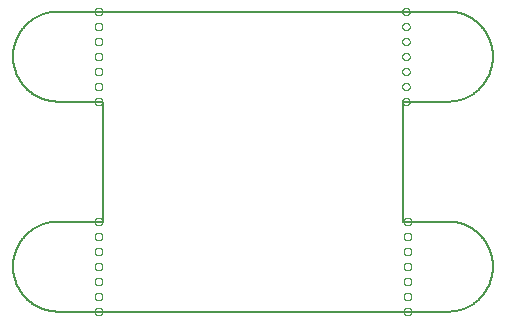
<source format=gko>
G75*
%MOIN*%
%OFA0B0*%
%FSLAX25Y25*%
%IPPOS*%
%LPD*%
%AMOC8*
5,1,8,0,0,1.08239X$1,22.5*
%
%ADD10C,0.00600*%
%ADD11C,0.00000*%
D10*
X0034580Y0246400D02*
X0164580Y0246400D01*
X0164942Y0246404D01*
X0165305Y0246418D01*
X0165667Y0246439D01*
X0166028Y0246470D01*
X0166388Y0246509D01*
X0166747Y0246557D01*
X0167105Y0246614D01*
X0167462Y0246679D01*
X0167817Y0246753D01*
X0168170Y0246836D01*
X0168521Y0246927D01*
X0168869Y0247026D01*
X0169215Y0247134D01*
X0169559Y0247250D01*
X0169899Y0247375D01*
X0170236Y0247507D01*
X0170570Y0247648D01*
X0170901Y0247797D01*
X0171228Y0247954D01*
X0171551Y0248118D01*
X0171870Y0248290D01*
X0172184Y0248470D01*
X0172495Y0248658D01*
X0172800Y0248853D01*
X0173101Y0249055D01*
X0173397Y0249265D01*
X0173687Y0249481D01*
X0173973Y0249705D01*
X0174253Y0249935D01*
X0174527Y0250172D01*
X0174795Y0250416D01*
X0175058Y0250666D01*
X0175314Y0250922D01*
X0175564Y0251185D01*
X0175808Y0251453D01*
X0176045Y0251727D01*
X0176275Y0252007D01*
X0176499Y0252293D01*
X0176715Y0252583D01*
X0176925Y0252879D01*
X0177127Y0253180D01*
X0177322Y0253485D01*
X0177510Y0253796D01*
X0177690Y0254110D01*
X0177862Y0254429D01*
X0178026Y0254752D01*
X0178183Y0255079D01*
X0178332Y0255410D01*
X0178473Y0255744D01*
X0178605Y0256081D01*
X0178730Y0256421D01*
X0178846Y0256765D01*
X0178954Y0257111D01*
X0179053Y0257459D01*
X0179144Y0257810D01*
X0179227Y0258163D01*
X0179301Y0258518D01*
X0179366Y0258875D01*
X0179423Y0259233D01*
X0179471Y0259592D01*
X0179510Y0259952D01*
X0179541Y0260313D01*
X0179562Y0260675D01*
X0179576Y0261038D01*
X0179580Y0261400D01*
X0179576Y0261762D01*
X0179562Y0262125D01*
X0179541Y0262487D01*
X0179510Y0262848D01*
X0179471Y0263208D01*
X0179423Y0263567D01*
X0179366Y0263925D01*
X0179301Y0264282D01*
X0179227Y0264637D01*
X0179144Y0264990D01*
X0179053Y0265341D01*
X0178954Y0265689D01*
X0178846Y0266035D01*
X0178730Y0266379D01*
X0178605Y0266719D01*
X0178473Y0267056D01*
X0178332Y0267390D01*
X0178183Y0267721D01*
X0178026Y0268048D01*
X0177862Y0268371D01*
X0177690Y0268690D01*
X0177510Y0269004D01*
X0177322Y0269315D01*
X0177127Y0269620D01*
X0176925Y0269921D01*
X0176715Y0270217D01*
X0176499Y0270507D01*
X0176275Y0270793D01*
X0176045Y0271073D01*
X0175808Y0271347D01*
X0175564Y0271615D01*
X0175314Y0271878D01*
X0175058Y0272134D01*
X0174795Y0272384D01*
X0174527Y0272628D01*
X0174253Y0272865D01*
X0173973Y0273095D01*
X0173687Y0273319D01*
X0173397Y0273535D01*
X0173101Y0273745D01*
X0172800Y0273947D01*
X0172495Y0274142D01*
X0172184Y0274330D01*
X0171870Y0274510D01*
X0171551Y0274682D01*
X0171228Y0274846D01*
X0170901Y0275003D01*
X0170570Y0275152D01*
X0170236Y0275293D01*
X0169899Y0275425D01*
X0169559Y0275550D01*
X0169215Y0275666D01*
X0168869Y0275774D01*
X0168521Y0275873D01*
X0168170Y0275964D01*
X0167817Y0276047D01*
X0167462Y0276121D01*
X0167105Y0276186D01*
X0166747Y0276243D01*
X0166388Y0276291D01*
X0166028Y0276330D01*
X0165667Y0276361D01*
X0165305Y0276382D01*
X0164942Y0276396D01*
X0164580Y0276400D01*
X0149580Y0276400D01*
X0149580Y0316400D01*
X0164580Y0316400D01*
X0164942Y0316404D01*
X0165305Y0316418D01*
X0165667Y0316439D01*
X0166028Y0316470D01*
X0166388Y0316509D01*
X0166747Y0316557D01*
X0167105Y0316614D01*
X0167462Y0316679D01*
X0167817Y0316753D01*
X0168170Y0316836D01*
X0168521Y0316927D01*
X0168869Y0317026D01*
X0169215Y0317134D01*
X0169559Y0317250D01*
X0169899Y0317375D01*
X0170236Y0317507D01*
X0170570Y0317648D01*
X0170901Y0317797D01*
X0171228Y0317954D01*
X0171551Y0318118D01*
X0171870Y0318290D01*
X0172184Y0318470D01*
X0172495Y0318658D01*
X0172800Y0318853D01*
X0173101Y0319055D01*
X0173397Y0319265D01*
X0173687Y0319481D01*
X0173973Y0319705D01*
X0174253Y0319935D01*
X0174527Y0320172D01*
X0174795Y0320416D01*
X0175058Y0320666D01*
X0175314Y0320922D01*
X0175564Y0321185D01*
X0175808Y0321453D01*
X0176045Y0321727D01*
X0176275Y0322007D01*
X0176499Y0322293D01*
X0176715Y0322583D01*
X0176925Y0322879D01*
X0177127Y0323180D01*
X0177322Y0323485D01*
X0177510Y0323796D01*
X0177690Y0324110D01*
X0177862Y0324429D01*
X0178026Y0324752D01*
X0178183Y0325079D01*
X0178332Y0325410D01*
X0178473Y0325744D01*
X0178605Y0326081D01*
X0178730Y0326421D01*
X0178846Y0326765D01*
X0178954Y0327111D01*
X0179053Y0327459D01*
X0179144Y0327810D01*
X0179227Y0328163D01*
X0179301Y0328518D01*
X0179366Y0328875D01*
X0179423Y0329233D01*
X0179471Y0329592D01*
X0179510Y0329952D01*
X0179541Y0330313D01*
X0179562Y0330675D01*
X0179576Y0331038D01*
X0179580Y0331400D01*
X0179576Y0331762D01*
X0179562Y0332125D01*
X0179541Y0332487D01*
X0179510Y0332848D01*
X0179471Y0333208D01*
X0179423Y0333567D01*
X0179366Y0333925D01*
X0179301Y0334282D01*
X0179227Y0334637D01*
X0179144Y0334990D01*
X0179053Y0335341D01*
X0178954Y0335689D01*
X0178846Y0336035D01*
X0178730Y0336379D01*
X0178605Y0336719D01*
X0178473Y0337056D01*
X0178332Y0337390D01*
X0178183Y0337721D01*
X0178026Y0338048D01*
X0177862Y0338371D01*
X0177690Y0338690D01*
X0177510Y0339004D01*
X0177322Y0339315D01*
X0177127Y0339620D01*
X0176925Y0339921D01*
X0176715Y0340217D01*
X0176499Y0340507D01*
X0176275Y0340793D01*
X0176045Y0341073D01*
X0175808Y0341347D01*
X0175564Y0341615D01*
X0175314Y0341878D01*
X0175058Y0342134D01*
X0174795Y0342384D01*
X0174527Y0342628D01*
X0174253Y0342865D01*
X0173973Y0343095D01*
X0173687Y0343319D01*
X0173397Y0343535D01*
X0173101Y0343745D01*
X0172800Y0343947D01*
X0172495Y0344142D01*
X0172184Y0344330D01*
X0171870Y0344510D01*
X0171551Y0344682D01*
X0171228Y0344846D01*
X0170901Y0345003D01*
X0170570Y0345152D01*
X0170236Y0345293D01*
X0169899Y0345425D01*
X0169559Y0345550D01*
X0169215Y0345666D01*
X0168869Y0345774D01*
X0168521Y0345873D01*
X0168170Y0345964D01*
X0167817Y0346047D01*
X0167462Y0346121D01*
X0167105Y0346186D01*
X0166747Y0346243D01*
X0166388Y0346291D01*
X0166028Y0346330D01*
X0165667Y0346361D01*
X0165305Y0346382D01*
X0164942Y0346396D01*
X0164580Y0346400D01*
X0034580Y0346400D01*
X0034218Y0346396D01*
X0033855Y0346382D01*
X0033493Y0346361D01*
X0033132Y0346330D01*
X0032772Y0346291D01*
X0032413Y0346243D01*
X0032055Y0346186D01*
X0031698Y0346121D01*
X0031343Y0346047D01*
X0030990Y0345964D01*
X0030639Y0345873D01*
X0030291Y0345774D01*
X0029945Y0345666D01*
X0029601Y0345550D01*
X0029261Y0345425D01*
X0028924Y0345293D01*
X0028590Y0345152D01*
X0028259Y0345003D01*
X0027932Y0344846D01*
X0027609Y0344682D01*
X0027290Y0344510D01*
X0026976Y0344330D01*
X0026665Y0344142D01*
X0026360Y0343947D01*
X0026059Y0343745D01*
X0025763Y0343535D01*
X0025473Y0343319D01*
X0025187Y0343095D01*
X0024907Y0342865D01*
X0024633Y0342628D01*
X0024365Y0342384D01*
X0024102Y0342134D01*
X0023846Y0341878D01*
X0023596Y0341615D01*
X0023352Y0341347D01*
X0023115Y0341073D01*
X0022885Y0340793D01*
X0022661Y0340507D01*
X0022445Y0340217D01*
X0022235Y0339921D01*
X0022033Y0339620D01*
X0021838Y0339315D01*
X0021650Y0339004D01*
X0021470Y0338690D01*
X0021298Y0338371D01*
X0021134Y0338048D01*
X0020977Y0337721D01*
X0020828Y0337390D01*
X0020687Y0337056D01*
X0020555Y0336719D01*
X0020430Y0336379D01*
X0020314Y0336035D01*
X0020206Y0335689D01*
X0020107Y0335341D01*
X0020016Y0334990D01*
X0019933Y0334637D01*
X0019859Y0334282D01*
X0019794Y0333925D01*
X0019737Y0333567D01*
X0019689Y0333208D01*
X0019650Y0332848D01*
X0019619Y0332487D01*
X0019598Y0332125D01*
X0019584Y0331762D01*
X0019580Y0331400D01*
X0019584Y0331038D01*
X0019598Y0330675D01*
X0019619Y0330313D01*
X0019650Y0329952D01*
X0019689Y0329592D01*
X0019737Y0329233D01*
X0019794Y0328875D01*
X0019859Y0328518D01*
X0019933Y0328163D01*
X0020016Y0327810D01*
X0020107Y0327459D01*
X0020206Y0327111D01*
X0020314Y0326765D01*
X0020430Y0326421D01*
X0020555Y0326081D01*
X0020687Y0325744D01*
X0020828Y0325410D01*
X0020977Y0325079D01*
X0021134Y0324752D01*
X0021298Y0324429D01*
X0021470Y0324110D01*
X0021650Y0323796D01*
X0021838Y0323485D01*
X0022033Y0323180D01*
X0022235Y0322879D01*
X0022445Y0322583D01*
X0022661Y0322293D01*
X0022885Y0322007D01*
X0023115Y0321727D01*
X0023352Y0321453D01*
X0023596Y0321185D01*
X0023846Y0320922D01*
X0024102Y0320666D01*
X0024365Y0320416D01*
X0024633Y0320172D01*
X0024907Y0319935D01*
X0025187Y0319705D01*
X0025473Y0319481D01*
X0025763Y0319265D01*
X0026059Y0319055D01*
X0026360Y0318853D01*
X0026665Y0318658D01*
X0026976Y0318470D01*
X0027290Y0318290D01*
X0027609Y0318118D01*
X0027932Y0317954D01*
X0028259Y0317797D01*
X0028590Y0317648D01*
X0028924Y0317507D01*
X0029261Y0317375D01*
X0029601Y0317250D01*
X0029945Y0317134D01*
X0030291Y0317026D01*
X0030639Y0316927D01*
X0030990Y0316836D01*
X0031343Y0316753D01*
X0031698Y0316679D01*
X0032055Y0316614D01*
X0032413Y0316557D01*
X0032772Y0316509D01*
X0033132Y0316470D01*
X0033493Y0316439D01*
X0033855Y0316418D01*
X0034218Y0316404D01*
X0034580Y0316400D01*
X0049580Y0316400D01*
X0049580Y0276400D01*
X0034580Y0276400D01*
X0034218Y0276396D01*
X0033855Y0276382D01*
X0033493Y0276361D01*
X0033132Y0276330D01*
X0032772Y0276291D01*
X0032413Y0276243D01*
X0032055Y0276186D01*
X0031698Y0276121D01*
X0031343Y0276047D01*
X0030990Y0275964D01*
X0030639Y0275873D01*
X0030291Y0275774D01*
X0029945Y0275666D01*
X0029601Y0275550D01*
X0029261Y0275425D01*
X0028924Y0275293D01*
X0028590Y0275152D01*
X0028259Y0275003D01*
X0027932Y0274846D01*
X0027609Y0274682D01*
X0027290Y0274510D01*
X0026976Y0274330D01*
X0026665Y0274142D01*
X0026360Y0273947D01*
X0026059Y0273745D01*
X0025763Y0273535D01*
X0025473Y0273319D01*
X0025187Y0273095D01*
X0024907Y0272865D01*
X0024633Y0272628D01*
X0024365Y0272384D01*
X0024102Y0272134D01*
X0023846Y0271878D01*
X0023596Y0271615D01*
X0023352Y0271347D01*
X0023115Y0271073D01*
X0022885Y0270793D01*
X0022661Y0270507D01*
X0022445Y0270217D01*
X0022235Y0269921D01*
X0022033Y0269620D01*
X0021838Y0269315D01*
X0021650Y0269004D01*
X0021470Y0268690D01*
X0021298Y0268371D01*
X0021134Y0268048D01*
X0020977Y0267721D01*
X0020828Y0267390D01*
X0020687Y0267056D01*
X0020555Y0266719D01*
X0020430Y0266379D01*
X0020314Y0266035D01*
X0020206Y0265689D01*
X0020107Y0265341D01*
X0020016Y0264990D01*
X0019933Y0264637D01*
X0019859Y0264282D01*
X0019794Y0263925D01*
X0019737Y0263567D01*
X0019689Y0263208D01*
X0019650Y0262848D01*
X0019619Y0262487D01*
X0019598Y0262125D01*
X0019584Y0261762D01*
X0019580Y0261400D01*
X0019584Y0261038D01*
X0019598Y0260675D01*
X0019619Y0260313D01*
X0019650Y0259952D01*
X0019689Y0259592D01*
X0019737Y0259233D01*
X0019794Y0258875D01*
X0019859Y0258518D01*
X0019933Y0258163D01*
X0020016Y0257810D01*
X0020107Y0257459D01*
X0020206Y0257111D01*
X0020314Y0256765D01*
X0020430Y0256421D01*
X0020555Y0256081D01*
X0020687Y0255744D01*
X0020828Y0255410D01*
X0020977Y0255079D01*
X0021134Y0254752D01*
X0021298Y0254429D01*
X0021470Y0254110D01*
X0021650Y0253796D01*
X0021838Y0253485D01*
X0022033Y0253180D01*
X0022235Y0252879D01*
X0022445Y0252583D01*
X0022661Y0252293D01*
X0022885Y0252007D01*
X0023115Y0251727D01*
X0023352Y0251453D01*
X0023596Y0251185D01*
X0023846Y0250922D01*
X0024102Y0250666D01*
X0024365Y0250416D01*
X0024633Y0250172D01*
X0024907Y0249935D01*
X0025187Y0249705D01*
X0025473Y0249481D01*
X0025763Y0249265D01*
X0026059Y0249055D01*
X0026360Y0248853D01*
X0026665Y0248658D01*
X0026976Y0248470D01*
X0027290Y0248290D01*
X0027609Y0248118D01*
X0027932Y0247954D01*
X0028259Y0247797D01*
X0028590Y0247648D01*
X0028924Y0247507D01*
X0029261Y0247375D01*
X0029601Y0247250D01*
X0029945Y0247134D01*
X0030291Y0247026D01*
X0030639Y0246927D01*
X0030990Y0246836D01*
X0031343Y0246753D01*
X0031698Y0246679D01*
X0032055Y0246614D01*
X0032413Y0246557D01*
X0032772Y0246509D01*
X0033132Y0246470D01*
X0033493Y0246439D01*
X0033855Y0246418D01*
X0034218Y0246404D01*
X0034580Y0246400D01*
D11*
X0046830Y0246400D02*
X0046832Y0246470D01*
X0046838Y0246540D01*
X0046848Y0246609D01*
X0046861Y0246678D01*
X0046879Y0246746D01*
X0046900Y0246813D01*
X0046925Y0246878D01*
X0046954Y0246942D01*
X0046986Y0247005D01*
X0047022Y0247065D01*
X0047061Y0247123D01*
X0047103Y0247179D01*
X0047148Y0247233D01*
X0047196Y0247284D01*
X0047247Y0247332D01*
X0047301Y0247377D01*
X0047357Y0247419D01*
X0047415Y0247458D01*
X0047475Y0247494D01*
X0047538Y0247526D01*
X0047602Y0247555D01*
X0047667Y0247580D01*
X0047734Y0247601D01*
X0047802Y0247619D01*
X0047871Y0247632D01*
X0047940Y0247642D01*
X0048010Y0247648D01*
X0048080Y0247650D01*
X0048150Y0247648D01*
X0048220Y0247642D01*
X0048289Y0247632D01*
X0048358Y0247619D01*
X0048426Y0247601D01*
X0048493Y0247580D01*
X0048558Y0247555D01*
X0048622Y0247526D01*
X0048685Y0247494D01*
X0048745Y0247458D01*
X0048803Y0247419D01*
X0048859Y0247377D01*
X0048913Y0247332D01*
X0048964Y0247284D01*
X0049012Y0247233D01*
X0049057Y0247179D01*
X0049099Y0247123D01*
X0049138Y0247065D01*
X0049174Y0247005D01*
X0049206Y0246942D01*
X0049235Y0246878D01*
X0049260Y0246813D01*
X0049281Y0246746D01*
X0049299Y0246678D01*
X0049312Y0246609D01*
X0049322Y0246540D01*
X0049328Y0246470D01*
X0049330Y0246400D01*
X0049328Y0246330D01*
X0049322Y0246260D01*
X0049312Y0246191D01*
X0049299Y0246122D01*
X0049281Y0246054D01*
X0049260Y0245987D01*
X0049235Y0245922D01*
X0049206Y0245858D01*
X0049174Y0245795D01*
X0049138Y0245735D01*
X0049099Y0245677D01*
X0049057Y0245621D01*
X0049012Y0245567D01*
X0048964Y0245516D01*
X0048913Y0245468D01*
X0048859Y0245423D01*
X0048803Y0245381D01*
X0048745Y0245342D01*
X0048685Y0245306D01*
X0048622Y0245274D01*
X0048558Y0245245D01*
X0048493Y0245220D01*
X0048426Y0245199D01*
X0048358Y0245181D01*
X0048289Y0245168D01*
X0048220Y0245158D01*
X0048150Y0245152D01*
X0048080Y0245150D01*
X0048010Y0245152D01*
X0047940Y0245158D01*
X0047871Y0245168D01*
X0047802Y0245181D01*
X0047734Y0245199D01*
X0047667Y0245220D01*
X0047602Y0245245D01*
X0047538Y0245274D01*
X0047475Y0245306D01*
X0047415Y0245342D01*
X0047357Y0245381D01*
X0047301Y0245423D01*
X0047247Y0245468D01*
X0047196Y0245516D01*
X0047148Y0245567D01*
X0047103Y0245621D01*
X0047061Y0245677D01*
X0047022Y0245735D01*
X0046986Y0245795D01*
X0046954Y0245858D01*
X0046925Y0245922D01*
X0046900Y0245987D01*
X0046879Y0246054D01*
X0046861Y0246122D01*
X0046848Y0246191D01*
X0046838Y0246260D01*
X0046832Y0246330D01*
X0046830Y0246400D01*
X0046830Y0251400D02*
X0046832Y0251470D01*
X0046838Y0251540D01*
X0046848Y0251609D01*
X0046861Y0251678D01*
X0046879Y0251746D01*
X0046900Y0251813D01*
X0046925Y0251878D01*
X0046954Y0251942D01*
X0046986Y0252005D01*
X0047022Y0252065D01*
X0047061Y0252123D01*
X0047103Y0252179D01*
X0047148Y0252233D01*
X0047196Y0252284D01*
X0047247Y0252332D01*
X0047301Y0252377D01*
X0047357Y0252419D01*
X0047415Y0252458D01*
X0047475Y0252494D01*
X0047538Y0252526D01*
X0047602Y0252555D01*
X0047667Y0252580D01*
X0047734Y0252601D01*
X0047802Y0252619D01*
X0047871Y0252632D01*
X0047940Y0252642D01*
X0048010Y0252648D01*
X0048080Y0252650D01*
X0048150Y0252648D01*
X0048220Y0252642D01*
X0048289Y0252632D01*
X0048358Y0252619D01*
X0048426Y0252601D01*
X0048493Y0252580D01*
X0048558Y0252555D01*
X0048622Y0252526D01*
X0048685Y0252494D01*
X0048745Y0252458D01*
X0048803Y0252419D01*
X0048859Y0252377D01*
X0048913Y0252332D01*
X0048964Y0252284D01*
X0049012Y0252233D01*
X0049057Y0252179D01*
X0049099Y0252123D01*
X0049138Y0252065D01*
X0049174Y0252005D01*
X0049206Y0251942D01*
X0049235Y0251878D01*
X0049260Y0251813D01*
X0049281Y0251746D01*
X0049299Y0251678D01*
X0049312Y0251609D01*
X0049322Y0251540D01*
X0049328Y0251470D01*
X0049330Y0251400D01*
X0049328Y0251330D01*
X0049322Y0251260D01*
X0049312Y0251191D01*
X0049299Y0251122D01*
X0049281Y0251054D01*
X0049260Y0250987D01*
X0049235Y0250922D01*
X0049206Y0250858D01*
X0049174Y0250795D01*
X0049138Y0250735D01*
X0049099Y0250677D01*
X0049057Y0250621D01*
X0049012Y0250567D01*
X0048964Y0250516D01*
X0048913Y0250468D01*
X0048859Y0250423D01*
X0048803Y0250381D01*
X0048745Y0250342D01*
X0048685Y0250306D01*
X0048622Y0250274D01*
X0048558Y0250245D01*
X0048493Y0250220D01*
X0048426Y0250199D01*
X0048358Y0250181D01*
X0048289Y0250168D01*
X0048220Y0250158D01*
X0048150Y0250152D01*
X0048080Y0250150D01*
X0048010Y0250152D01*
X0047940Y0250158D01*
X0047871Y0250168D01*
X0047802Y0250181D01*
X0047734Y0250199D01*
X0047667Y0250220D01*
X0047602Y0250245D01*
X0047538Y0250274D01*
X0047475Y0250306D01*
X0047415Y0250342D01*
X0047357Y0250381D01*
X0047301Y0250423D01*
X0047247Y0250468D01*
X0047196Y0250516D01*
X0047148Y0250567D01*
X0047103Y0250621D01*
X0047061Y0250677D01*
X0047022Y0250735D01*
X0046986Y0250795D01*
X0046954Y0250858D01*
X0046925Y0250922D01*
X0046900Y0250987D01*
X0046879Y0251054D01*
X0046861Y0251122D01*
X0046848Y0251191D01*
X0046838Y0251260D01*
X0046832Y0251330D01*
X0046830Y0251400D01*
X0046830Y0256400D02*
X0046832Y0256470D01*
X0046838Y0256540D01*
X0046848Y0256609D01*
X0046861Y0256678D01*
X0046879Y0256746D01*
X0046900Y0256813D01*
X0046925Y0256878D01*
X0046954Y0256942D01*
X0046986Y0257005D01*
X0047022Y0257065D01*
X0047061Y0257123D01*
X0047103Y0257179D01*
X0047148Y0257233D01*
X0047196Y0257284D01*
X0047247Y0257332D01*
X0047301Y0257377D01*
X0047357Y0257419D01*
X0047415Y0257458D01*
X0047475Y0257494D01*
X0047538Y0257526D01*
X0047602Y0257555D01*
X0047667Y0257580D01*
X0047734Y0257601D01*
X0047802Y0257619D01*
X0047871Y0257632D01*
X0047940Y0257642D01*
X0048010Y0257648D01*
X0048080Y0257650D01*
X0048150Y0257648D01*
X0048220Y0257642D01*
X0048289Y0257632D01*
X0048358Y0257619D01*
X0048426Y0257601D01*
X0048493Y0257580D01*
X0048558Y0257555D01*
X0048622Y0257526D01*
X0048685Y0257494D01*
X0048745Y0257458D01*
X0048803Y0257419D01*
X0048859Y0257377D01*
X0048913Y0257332D01*
X0048964Y0257284D01*
X0049012Y0257233D01*
X0049057Y0257179D01*
X0049099Y0257123D01*
X0049138Y0257065D01*
X0049174Y0257005D01*
X0049206Y0256942D01*
X0049235Y0256878D01*
X0049260Y0256813D01*
X0049281Y0256746D01*
X0049299Y0256678D01*
X0049312Y0256609D01*
X0049322Y0256540D01*
X0049328Y0256470D01*
X0049330Y0256400D01*
X0049328Y0256330D01*
X0049322Y0256260D01*
X0049312Y0256191D01*
X0049299Y0256122D01*
X0049281Y0256054D01*
X0049260Y0255987D01*
X0049235Y0255922D01*
X0049206Y0255858D01*
X0049174Y0255795D01*
X0049138Y0255735D01*
X0049099Y0255677D01*
X0049057Y0255621D01*
X0049012Y0255567D01*
X0048964Y0255516D01*
X0048913Y0255468D01*
X0048859Y0255423D01*
X0048803Y0255381D01*
X0048745Y0255342D01*
X0048685Y0255306D01*
X0048622Y0255274D01*
X0048558Y0255245D01*
X0048493Y0255220D01*
X0048426Y0255199D01*
X0048358Y0255181D01*
X0048289Y0255168D01*
X0048220Y0255158D01*
X0048150Y0255152D01*
X0048080Y0255150D01*
X0048010Y0255152D01*
X0047940Y0255158D01*
X0047871Y0255168D01*
X0047802Y0255181D01*
X0047734Y0255199D01*
X0047667Y0255220D01*
X0047602Y0255245D01*
X0047538Y0255274D01*
X0047475Y0255306D01*
X0047415Y0255342D01*
X0047357Y0255381D01*
X0047301Y0255423D01*
X0047247Y0255468D01*
X0047196Y0255516D01*
X0047148Y0255567D01*
X0047103Y0255621D01*
X0047061Y0255677D01*
X0047022Y0255735D01*
X0046986Y0255795D01*
X0046954Y0255858D01*
X0046925Y0255922D01*
X0046900Y0255987D01*
X0046879Y0256054D01*
X0046861Y0256122D01*
X0046848Y0256191D01*
X0046838Y0256260D01*
X0046832Y0256330D01*
X0046830Y0256400D01*
X0046830Y0261400D02*
X0046832Y0261470D01*
X0046838Y0261540D01*
X0046848Y0261609D01*
X0046861Y0261678D01*
X0046879Y0261746D01*
X0046900Y0261813D01*
X0046925Y0261878D01*
X0046954Y0261942D01*
X0046986Y0262005D01*
X0047022Y0262065D01*
X0047061Y0262123D01*
X0047103Y0262179D01*
X0047148Y0262233D01*
X0047196Y0262284D01*
X0047247Y0262332D01*
X0047301Y0262377D01*
X0047357Y0262419D01*
X0047415Y0262458D01*
X0047475Y0262494D01*
X0047538Y0262526D01*
X0047602Y0262555D01*
X0047667Y0262580D01*
X0047734Y0262601D01*
X0047802Y0262619D01*
X0047871Y0262632D01*
X0047940Y0262642D01*
X0048010Y0262648D01*
X0048080Y0262650D01*
X0048150Y0262648D01*
X0048220Y0262642D01*
X0048289Y0262632D01*
X0048358Y0262619D01*
X0048426Y0262601D01*
X0048493Y0262580D01*
X0048558Y0262555D01*
X0048622Y0262526D01*
X0048685Y0262494D01*
X0048745Y0262458D01*
X0048803Y0262419D01*
X0048859Y0262377D01*
X0048913Y0262332D01*
X0048964Y0262284D01*
X0049012Y0262233D01*
X0049057Y0262179D01*
X0049099Y0262123D01*
X0049138Y0262065D01*
X0049174Y0262005D01*
X0049206Y0261942D01*
X0049235Y0261878D01*
X0049260Y0261813D01*
X0049281Y0261746D01*
X0049299Y0261678D01*
X0049312Y0261609D01*
X0049322Y0261540D01*
X0049328Y0261470D01*
X0049330Y0261400D01*
X0049328Y0261330D01*
X0049322Y0261260D01*
X0049312Y0261191D01*
X0049299Y0261122D01*
X0049281Y0261054D01*
X0049260Y0260987D01*
X0049235Y0260922D01*
X0049206Y0260858D01*
X0049174Y0260795D01*
X0049138Y0260735D01*
X0049099Y0260677D01*
X0049057Y0260621D01*
X0049012Y0260567D01*
X0048964Y0260516D01*
X0048913Y0260468D01*
X0048859Y0260423D01*
X0048803Y0260381D01*
X0048745Y0260342D01*
X0048685Y0260306D01*
X0048622Y0260274D01*
X0048558Y0260245D01*
X0048493Y0260220D01*
X0048426Y0260199D01*
X0048358Y0260181D01*
X0048289Y0260168D01*
X0048220Y0260158D01*
X0048150Y0260152D01*
X0048080Y0260150D01*
X0048010Y0260152D01*
X0047940Y0260158D01*
X0047871Y0260168D01*
X0047802Y0260181D01*
X0047734Y0260199D01*
X0047667Y0260220D01*
X0047602Y0260245D01*
X0047538Y0260274D01*
X0047475Y0260306D01*
X0047415Y0260342D01*
X0047357Y0260381D01*
X0047301Y0260423D01*
X0047247Y0260468D01*
X0047196Y0260516D01*
X0047148Y0260567D01*
X0047103Y0260621D01*
X0047061Y0260677D01*
X0047022Y0260735D01*
X0046986Y0260795D01*
X0046954Y0260858D01*
X0046925Y0260922D01*
X0046900Y0260987D01*
X0046879Y0261054D01*
X0046861Y0261122D01*
X0046848Y0261191D01*
X0046838Y0261260D01*
X0046832Y0261330D01*
X0046830Y0261400D01*
X0046830Y0266400D02*
X0046832Y0266470D01*
X0046838Y0266540D01*
X0046848Y0266609D01*
X0046861Y0266678D01*
X0046879Y0266746D01*
X0046900Y0266813D01*
X0046925Y0266878D01*
X0046954Y0266942D01*
X0046986Y0267005D01*
X0047022Y0267065D01*
X0047061Y0267123D01*
X0047103Y0267179D01*
X0047148Y0267233D01*
X0047196Y0267284D01*
X0047247Y0267332D01*
X0047301Y0267377D01*
X0047357Y0267419D01*
X0047415Y0267458D01*
X0047475Y0267494D01*
X0047538Y0267526D01*
X0047602Y0267555D01*
X0047667Y0267580D01*
X0047734Y0267601D01*
X0047802Y0267619D01*
X0047871Y0267632D01*
X0047940Y0267642D01*
X0048010Y0267648D01*
X0048080Y0267650D01*
X0048150Y0267648D01*
X0048220Y0267642D01*
X0048289Y0267632D01*
X0048358Y0267619D01*
X0048426Y0267601D01*
X0048493Y0267580D01*
X0048558Y0267555D01*
X0048622Y0267526D01*
X0048685Y0267494D01*
X0048745Y0267458D01*
X0048803Y0267419D01*
X0048859Y0267377D01*
X0048913Y0267332D01*
X0048964Y0267284D01*
X0049012Y0267233D01*
X0049057Y0267179D01*
X0049099Y0267123D01*
X0049138Y0267065D01*
X0049174Y0267005D01*
X0049206Y0266942D01*
X0049235Y0266878D01*
X0049260Y0266813D01*
X0049281Y0266746D01*
X0049299Y0266678D01*
X0049312Y0266609D01*
X0049322Y0266540D01*
X0049328Y0266470D01*
X0049330Y0266400D01*
X0049328Y0266330D01*
X0049322Y0266260D01*
X0049312Y0266191D01*
X0049299Y0266122D01*
X0049281Y0266054D01*
X0049260Y0265987D01*
X0049235Y0265922D01*
X0049206Y0265858D01*
X0049174Y0265795D01*
X0049138Y0265735D01*
X0049099Y0265677D01*
X0049057Y0265621D01*
X0049012Y0265567D01*
X0048964Y0265516D01*
X0048913Y0265468D01*
X0048859Y0265423D01*
X0048803Y0265381D01*
X0048745Y0265342D01*
X0048685Y0265306D01*
X0048622Y0265274D01*
X0048558Y0265245D01*
X0048493Y0265220D01*
X0048426Y0265199D01*
X0048358Y0265181D01*
X0048289Y0265168D01*
X0048220Y0265158D01*
X0048150Y0265152D01*
X0048080Y0265150D01*
X0048010Y0265152D01*
X0047940Y0265158D01*
X0047871Y0265168D01*
X0047802Y0265181D01*
X0047734Y0265199D01*
X0047667Y0265220D01*
X0047602Y0265245D01*
X0047538Y0265274D01*
X0047475Y0265306D01*
X0047415Y0265342D01*
X0047357Y0265381D01*
X0047301Y0265423D01*
X0047247Y0265468D01*
X0047196Y0265516D01*
X0047148Y0265567D01*
X0047103Y0265621D01*
X0047061Y0265677D01*
X0047022Y0265735D01*
X0046986Y0265795D01*
X0046954Y0265858D01*
X0046925Y0265922D01*
X0046900Y0265987D01*
X0046879Y0266054D01*
X0046861Y0266122D01*
X0046848Y0266191D01*
X0046838Y0266260D01*
X0046832Y0266330D01*
X0046830Y0266400D01*
X0046830Y0271400D02*
X0046832Y0271470D01*
X0046838Y0271540D01*
X0046848Y0271609D01*
X0046861Y0271678D01*
X0046879Y0271746D01*
X0046900Y0271813D01*
X0046925Y0271878D01*
X0046954Y0271942D01*
X0046986Y0272005D01*
X0047022Y0272065D01*
X0047061Y0272123D01*
X0047103Y0272179D01*
X0047148Y0272233D01*
X0047196Y0272284D01*
X0047247Y0272332D01*
X0047301Y0272377D01*
X0047357Y0272419D01*
X0047415Y0272458D01*
X0047475Y0272494D01*
X0047538Y0272526D01*
X0047602Y0272555D01*
X0047667Y0272580D01*
X0047734Y0272601D01*
X0047802Y0272619D01*
X0047871Y0272632D01*
X0047940Y0272642D01*
X0048010Y0272648D01*
X0048080Y0272650D01*
X0048150Y0272648D01*
X0048220Y0272642D01*
X0048289Y0272632D01*
X0048358Y0272619D01*
X0048426Y0272601D01*
X0048493Y0272580D01*
X0048558Y0272555D01*
X0048622Y0272526D01*
X0048685Y0272494D01*
X0048745Y0272458D01*
X0048803Y0272419D01*
X0048859Y0272377D01*
X0048913Y0272332D01*
X0048964Y0272284D01*
X0049012Y0272233D01*
X0049057Y0272179D01*
X0049099Y0272123D01*
X0049138Y0272065D01*
X0049174Y0272005D01*
X0049206Y0271942D01*
X0049235Y0271878D01*
X0049260Y0271813D01*
X0049281Y0271746D01*
X0049299Y0271678D01*
X0049312Y0271609D01*
X0049322Y0271540D01*
X0049328Y0271470D01*
X0049330Y0271400D01*
X0049328Y0271330D01*
X0049322Y0271260D01*
X0049312Y0271191D01*
X0049299Y0271122D01*
X0049281Y0271054D01*
X0049260Y0270987D01*
X0049235Y0270922D01*
X0049206Y0270858D01*
X0049174Y0270795D01*
X0049138Y0270735D01*
X0049099Y0270677D01*
X0049057Y0270621D01*
X0049012Y0270567D01*
X0048964Y0270516D01*
X0048913Y0270468D01*
X0048859Y0270423D01*
X0048803Y0270381D01*
X0048745Y0270342D01*
X0048685Y0270306D01*
X0048622Y0270274D01*
X0048558Y0270245D01*
X0048493Y0270220D01*
X0048426Y0270199D01*
X0048358Y0270181D01*
X0048289Y0270168D01*
X0048220Y0270158D01*
X0048150Y0270152D01*
X0048080Y0270150D01*
X0048010Y0270152D01*
X0047940Y0270158D01*
X0047871Y0270168D01*
X0047802Y0270181D01*
X0047734Y0270199D01*
X0047667Y0270220D01*
X0047602Y0270245D01*
X0047538Y0270274D01*
X0047475Y0270306D01*
X0047415Y0270342D01*
X0047357Y0270381D01*
X0047301Y0270423D01*
X0047247Y0270468D01*
X0047196Y0270516D01*
X0047148Y0270567D01*
X0047103Y0270621D01*
X0047061Y0270677D01*
X0047022Y0270735D01*
X0046986Y0270795D01*
X0046954Y0270858D01*
X0046925Y0270922D01*
X0046900Y0270987D01*
X0046879Y0271054D01*
X0046861Y0271122D01*
X0046848Y0271191D01*
X0046838Y0271260D01*
X0046832Y0271330D01*
X0046830Y0271400D01*
X0046830Y0276400D02*
X0046832Y0276470D01*
X0046838Y0276540D01*
X0046848Y0276609D01*
X0046861Y0276678D01*
X0046879Y0276746D01*
X0046900Y0276813D01*
X0046925Y0276878D01*
X0046954Y0276942D01*
X0046986Y0277005D01*
X0047022Y0277065D01*
X0047061Y0277123D01*
X0047103Y0277179D01*
X0047148Y0277233D01*
X0047196Y0277284D01*
X0047247Y0277332D01*
X0047301Y0277377D01*
X0047357Y0277419D01*
X0047415Y0277458D01*
X0047475Y0277494D01*
X0047538Y0277526D01*
X0047602Y0277555D01*
X0047667Y0277580D01*
X0047734Y0277601D01*
X0047802Y0277619D01*
X0047871Y0277632D01*
X0047940Y0277642D01*
X0048010Y0277648D01*
X0048080Y0277650D01*
X0048150Y0277648D01*
X0048220Y0277642D01*
X0048289Y0277632D01*
X0048358Y0277619D01*
X0048426Y0277601D01*
X0048493Y0277580D01*
X0048558Y0277555D01*
X0048622Y0277526D01*
X0048685Y0277494D01*
X0048745Y0277458D01*
X0048803Y0277419D01*
X0048859Y0277377D01*
X0048913Y0277332D01*
X0048964Y0277284D01*
X0049012Y0277233D01*
X0049057Y0277179D01*
X0049099Y0277123D01*
X0049138Y0277065D01*
X0049174Y0277005D01*
X0049206Y0276942D01*
X0049235Y0276878D01*
X0049260Y0276813D01*
X0049281Y0276746D01*
X0049299Y0276678D01*
X0049312Y0276609D01*
X0049322Y0276540D01*
X0049328Y0276470D01*
X0049330Y0276400D01*
X0049328Y0276330D01*
X0049322Y0276260D01*
X0049312Y0276191D01*
X0049299Y0276122D01*
X0049281Y0276054D01*
X0049260Y0275987D01*
X0049235Y0275922D01*
X0049206Y0275858D01*
X0049174Y0275795D01*
X0049138Y0275735D01*
X0049099Y0275677D01*
X0049057Y0275621D01*
X0049012Y0275567D01*
X0048964Y0275516D01*
X0048913Y0275468D01*
X0048859Y0275423D01*
X0048803Y0275381D01*
X0048745Y0275342D01*
X0048685Y0275306D01*
X0048622Y0275274D01*
X0048558Y0275245D01*
X0048493Y0275220D01*
X0048426Y0275199D01*
X0048358Y0275181D01*
X0048289Y0275168D01*
X0048220Y0275158D01*
X0048150Y0275152D01*
X0048080Y0275150D01*
X0048010Y0275152D01*
X0047940Y0275158D01*
X0047871Y0275168D01*
X0047802Y0275181D01*
X0047734Y0275199D01*
X0047667Y0275220D01*
X0047602Y0275245D01*
X0047538Y0275274D01*
X0047475Y0275306D01*
X0047415Y0275342D01*
X0047357Y0275381D01*
X0047301Y0275423D01*
X0047247Y0275468D01*
X0047196Y0275516D01*
X0047148Y0275567D01*
X0047103Y0275621D01*
X0047061Y0275677D01*
X0047022Y0275735D01*
X0046986Y0275795D01*
X0046954Y0275858D01*
X0046925Y0275922D01*
X0046900Y0275987D01*
X0046879Y0276054D01*
X0046861Y0276122D01*
X0046848Y0276191D01*
X0046838Y0276260D01*
X0046832Y0276330D01*
X0046830Y0276400D01*
X0046830Y0316400D02*
X0046832Y0316470D01*
X0046838Y0316540D01*
X0046848Y0316609D01*
X0046861Y0316678D01*
X0046879Y0316746D01*
X0046900Y0316813D01*
X0046925Y0316878D01*
X0046954Y0316942D01*
X0046986Y0317005D01*
X0047022Y0317065D01*
X0047061Y0317123D01*
X0047103Y0317179D01*
X0047148Y0317233D01*
X0047196Y0317284D01*
X0047247Y0317332D01*
X0047301Y0317377D01*
X0047357Y0317419D01*
X0047415Y0317458D01*
X0047475Y0317494D01*
X0047538Y0317526D01*
X0047602Y0317555D01*
X0047667Y0317580D01*
X0047734Y0317601D01*
X0047802Y0317619D01*
X0047871Y0317632D01*
X0047940Y0317642D01*
X0048010Y0317648D01*
X0048080Y0317650D01*
X0048150Y0317648D01*
X0048220Y0317642D01*
X0048289Y0317632D01*
X0048358Y0317619D01*
X0048426Y0317601D01*
X0048493Y0317580D01*
X0048558Y0317555D01*
X0048622Y0317526D01*
X0048685Y0317494D01*
X0048745Y0317458D01*
X0048803Y0317419D01*
X0048859Y0317377D01*
X0048913Y0317332D01*
X0048964Y0317284D01*
X0049012Y0317233D01*
X0049057Y0317179D01*
X0049099Y0317123D01*
X0049138Y0317065D01*
X0049174Y0317005D01*
X0049206Y0316942D01*
X0049235Y0316878D01*
X0049260Y0316813D01*
X0049281Y0316746D01*
X0049299Y0316678D01*
X0049312Y0316609D01*
X0049322Y0316540D01*
X0049328Y0316470D01*
X0049330Y0316400D01*
X0049328Y0316330D01*
X0049322Y0316260D01*
X0049312Y0316191D01*
X0049299Y0316122D01*
X0049281Y0316054D01*
X0049260Y0315987D01*
X0049235Y0315922D01*
X0049206Y0315858D01*
X0049174Y0315795D01*
X0049138Y0315735D01*
X0049099Y0315677D01*
X0049057Y0315621D01*
X0049012Y0315567D01*
X0048964Y0315516D01*
X0048913Y0315468D01*
X0048859Y0315423D01*
X0048803Y0315381D01*
X0048745Y0315342D01*
X0048685Y0315306D01*
X0048622Y0315274D01*
X0048558Y0315245D01*
X0048493Y0315220D01*
X0048426Y0315199D01*
X0048358Y0315181D01*
X0048289Y0315168D01*
X0048220Y0315158D01*
X0048150Y0315152D01*
X0048080Y0315150D01*
X0048010Y0315152D01*
X0047940Y0315158D01*
X0047871Y0315168D01*
X0047802Y0315181D01*
X0047734Y0315199D01*
X0047667Y0315220D01*
X0047602Y0315245D01*
X0047538Y0315274D01*
X0047475Y0315306D01*
X0047415Y0315342D01*
X0047357Y0315381D01*
X0047301Y0315423D01*
X0047247Y0315468D01*
X0047196Y0315516D01*
X0047148Y0315567D01*
X0047103Y0315621D01*
X0047061Y0315677D01*
X0047022Y0315735D01*
X0046986Y0315795D01*
X0046954Y0315858D01*
X0046925Y0315922D01*
X0046900Y0315987D01*
X0046879Y0316054D01*
X0046861Y0316122D01*
X0046848Y0316191D01*
X0046838Y0316260D01*
X0046832Y0316330D01*
X0046830Y0316400D01*
X0046830Y0321400D02*
X0046832Y0321470D01*
X0046838Y0321540D01*
X0046848Y0321609D01*
X0046861Y0321678D01*
X0046879Y0321746D01*
X0046900Y0321813D01*
X0046925Y0321878D01*
X0046954Y0321942D01*
X0046986Y0322005D01*
X0047022Y0322065D01*
X0047061Y0322123D01*
X0047103Y0322179D01*
X0047148Y0322233D01*
X0047196Y0322284D01*
X0047247Y0322332D01*
X0047301Y0322377D01*
X0047357Y0322419D01*
X0047415Y0322458D01*
X0047475Y0322494D01*
X0047538Y0322526D01*
X0047602Y0322555D01*
X0047667Y0322580D01*
X0047734Y0322601D01*
X0047802Y0322619D01*
X0047871Y0322632D01*
X0047940Y0322642D01*
X0048010Y0322648D01*
X0048080Y0322650D01*
X0048150Y0322648D01*
X0048220Y0322642D01*
X0048289Y0322632D01*
X0048358Y0322619D01*
X0048426Y0322601D01*
X0048493Y0322580D01*
X0048558Y0322555D01*
X0048622Y0322526D01*
X0048685Y0322494D01*
X0048745Y0322458D01*
X0048803Y0322419D01*
X0048859Y0322377D01*
X0048913Y0322332D01*
X0048964Y0322284D01*
X0049012Y0322233D01*
X0049057Y0322179D01*
X0049099Y0322123D01*
X0049138Y0322065D01*
X0049174Y0322005D01*
X0049206Y0321942D01*
X0049235Y0321878D01*
X0049260Y0321813D01*
X0049281Y0321746D01*
X0049299Y0321678D01*
X0049312Y0321609D01*
X0049322Y0321540D01*
X0049328Y0321470D01*
X0049330Y0321400D01*
X0049328Y0321330D01*
X0049322Y0321260D01*
X0049312Y0321191D01*
X0049299Y0321122D01*
X0049281Y0321054D01*
X0049260Y0320987D01*
X0049235Y0320922D01*
X0049206Y0320858D01*
X0049174Y0320795D01*
X0049138Y0320735D01*
X0049099Y0320677D01*
X0049057Y0320621D01*
X0049012Y0320567D01*
X0048964Y0320516D01*
X0048913Y0320468D01*
X0048859Y0320423D01*
X0048803Y0320381D01*
X0048745Y0320342D01*
X0048685Y0320306D01*
X0048622Y0320274D01*
X0048558Y0320245D01*
X0048493Y0320220D01*
X0048426Y0320199D01*
X0048358Y0320181D01*
X0048289Y0320168D01*
X0048220Y0320158D01*
X0048150Y0320152D01*
X0048080Y0320150D01*
X0048010Y0320152D01*
X0047940Y0320158D01*
X0047871Y0320168D01*
X0047802Y0320181D01*
X0047734Y0320199D01*
X0047667Y0320220D01*
X0047602Y0320245D01*
X0047538Y0320274D01*
X0047475Y0320306D01*
X0047415Y0320342D01*
X0047357Y0320381D01*
X0047301Y0320423D01*
X0047247Y0320468D01*
X0047196Y0320516D01*
X0047148Y0320567D01*
X0047103Y0320621D01*
X0047061Y0320677D01*
X0047022Y0320735D01*
X0046986Y0320795D01*
X0046954Y0320858D01*
X0046925Y0320922D01*
X0046900Y0320987D01*
X0046879Y0321054D01*
X0046861Y0321122D01*
X0046848Y0321191D01*
X0046838Y0321260D01*
X0046832Y0321330D01*
X0046830Y0321400D01*
X0046830Y0326400D02*
X0046832Y0326470D01*
X0046838Y0326540D01*
X0046848Y0326609D01*
X0046861Y0326678D01*
X0046879Y0326746D01*
X0046900Y0326813D01*
X0046925Y0326878D01*
X0046954Y0326942D01*
X0046986Y0327005D01*
X0047022Y0327065D01*
X0047061Y0327123D01*
X0047103Y0327179D01*
X0047148Y0327233D01*
X0047196Y0327284D01*
X0047247Y0327332D01*
X0047301Y0327377D01*
X0047357Y0327419D01*
X0047415Y0327458D01*
X0047475Y0327494D01*
X0047538Y0327526D01*
X0047602Y0327555D01*
X0047667Y0327580D01*
X0047734Y0327601D01*
X0047802Y0327619D01*
X0047871Y0327632D01*
X0047940Y0327642D01*
X0048010Y0327648D01*
X0048080Y0327650D01*
X0048150Y0327648D01*
X0048220Y0327642D01*
X0048289Y0327632D01*
X0048358Y0327619D01*
X0048426Y0327601D01*
X0048493Y0327580D01*
X0048558Y0327555D01*
X0048622Y0327526D01*
X0048685Y0327494D01*
X0048745Y0327458D01*
X0048803Y0327419D01*
X0048859Y0327377D01*
X0048913Y0327332D01*
X0048964Y0327284D01*
X0049012Y0327233D01*
X0049057Y0327179D01*
X0049099Y0327123D01*
X0049138Y0327065D01*
X0049174Y0327005D01*
X0049206Y0326942D01*
X0049235Y0326878D01*
X0049260Y0326813D01*
X0049281Y0326746D01*
X0049299Y0326678D01*
X0049312Y0326609D01*
X0049322Y0326540D01*
X0049328Y0326470D01*
X0049330Y0326400D01*
X0049328Y0326330D01*
X0049322Y0326260D01*
X0049312Y0326191D01*
X0049299Y0326122D01*
X0049281Y0326054D01*
X0049260Y0325987D01*
X0049235Y0325922D01*
X0049206Y0325858D01*
X0049174Y0325795D01*
X0049138Y0325735D01*
X0049099Y0325677D01*
X0049057Y0325621D01*
X0049012Y0325567D01*
X0048964Y0325516D01*
X0048913Y0325468D01*
X0048859Y0325423D01*
X0048803Y0325381D01*
X0048745Y0325342D01*
X0048685Y0325306D01*
X0048622Y0325274D01*
X0048558Y0325245D01*
X0048493Y0325220D01*
X0048426Y0325199D01*
X0048358Y0325181D01*
X0048289Y0325168D01*
X0048220Y0325158D01*
X0048150Y0325152D01*
X0048080Y0325150D01*
X0048010Y0325152D01*
X0047940Y0325158D01*
X0047871Y0325168D01*
X0047802Y0325181D01*
X0047734Y0325199D01*
X0047667Y0325220D01*
X0047602Y0325245D01*
X0047538Y0325274D01*
X0047475Y0325306D01*
X0047415Y0325342D01*
X0047357Y0325381D01*
X0047301Y0325423D01*
X0047247Y0325468D01*
X0047196Y0325516D01*
X0047148Y0325567D01*
X0047103Y0325621D01*
X0047061Y0325677D01*
X0047022Y0325735D01*
X0046986Y0325795D01*
X0046954Y0325858D01*
X0046925Y0325922D01*
X0046900Y0325987D01*
X0046879Y0326054D01*
X0046861Y0326122D01*
X0046848Y0326191D01*
X0046838Y0326260D01*
X0046832Y0326330D01*
X0046830Y0326400D01*
X0046830Y0331400D02*
X0046832Y0331470D01*
X0046838Y0331540D01*
X0046848Y0331609D01*
X0046861Y0331678D01*
X0046879Y0331746D01*
X0046900Y0331813D01*
X0046925Y0331878D01*
X0046954Y0331942D01*
X0046986Y0332005D01*
X0047022Y0332065D01*
X0047061Y0332123D01*
X0047103Y0332179D01*
X0047148Y0332233D01*
X0047196Y0332284D01*
X0047247Y0332332D01*
X0047301Y0332377D01*
X0047357Y0332419D01*
X0047415Y0332458D01*
X0047475Y0332494D01*
X0047538Y0332526D01*
X0047602Y0332555D01*
X0047667Y0332580D01*
X0047734Y0332601D01*
X0047802Y0332619D01*
X0047871Y0332632D01*
X0047940Y0332642D01*
X0048010Y0332648D01*
X0048080Y0332650D01*
X0048150Y0332648D01*
X0048220Y0332642D01*
X0048289Y0332632D01*
X0048358Y0332619D01*
X0048426Y0332601D01*
X0048493Y0332580D01*
X0048558Y0332555D01*
X0048622Y0332526D01*
X0048685Y0332494D01*
X0048745Y0332458D01*
X0048803Y0332419D01*
X0048859Y0332377D01*
X0048913Y0332332D01*
X0048964Y0332284D01*
X0049012Y0332233D01*
X0049057Y0332179D01*
X0049099Y0332123D01*
X0049138Y0332065D01*
X0049174Y0332005D01*
X0049206Y0331942D01*
X0049235Y0331878D01*
X0049260Y0331813D01*
X0049281Y0331746D01*
X0049299Y0331678D01*
X0049312Y0331609D01*
X0049322Y0331540D01*
X0049328Y0331470D01*
X0049330Y0331400D01*
X0049328Y0331330D01*
X0049322Y0331260D01*
X0049312Y0331191D01*
X0049299Y0331122D01*
X0049281Y0331054D01*
X0049260Y0330987D01*
X0049235Y0330922D01*
X0049206Y0330858D01*
X0049174Y0330795D01*
X0049138Y0330735D01*
X0049099Y0330677D01*
X0049057Y0330621D01*
X0049012Y0330567D01*
X0048964Y0330516D01*
X0048913Y0330468D01*
X0048859Y0330423D01*
X0048803Y0330381D01*
X0048745Y0330342D01*
X0048685Y0330306D01*
X0048622Y0330274D01*
X0048558Y0330245D01*
X0048493Y0330220D01*
X0048426Y0330199D01*
X0048358Y0330181D01*
X0048289Y0330168D01*
X0048220Y0330158D01*
X0048150Y0330152D01*
X0048080Y0330150D01*
X0048010Y0330152D01*
X0047940Y0330158D01*
X0047871Y0330168D01*
X0047802Y0330181D01*
X0047734Y0330199D01*
X0047667Y0330220D01*
X0047602Y0330245D01*
X0047538Y0330274D01*
X0047475Y0330306D01*
X0047415Y0330342D01*
X0047357Y0330381D01*
X0047301Y0330423D01*
X0047247Y0330468D01*
X0047196Y0330516D01*
X0047148Y0330567D01*
X0047103Y0330621D01*
X0047061Y0330677D01*
X0047022Y0330735D01*
X0046986Y0330795D01*
X0046954Y0330858D01*
X0046925Y0330922D01*
X0046900Y0330987D01*
X0046879Y0331054D01*
X0046861Y0331122D01*
X0046848Y0331191D01*
X0046838Y0331260D01*
X0046832Y0331330D01*
X0046830Y0331400D01*
X0046830Y0336400D02*
X0046832Y0336470D01*
X0046838Y0336540D01*
X0046848Y0336609D01*
X0046861Y0336678D01*
X0046879Y0336746D01*
X0046900Y0336813D01*
X0046925Y0336878D01*
X0046954Y0336942D01*
X0046986Y0337005D01*
X0047022Y0337065D01*
X0047061Y0337123D01*
X0047103Y0337179D01*
X0047148Y0337233D01*
X0047196Y0337284D01*
X0047247Y0337332D01*
X0047301Y0337377D01*
X0047357Y0337419D01*
X0047415Y0337458D01*
X0047475Y0337494D01*
X0047538Y0337526D01*
X0047602Y0337555D01*
X0047667Y0337580D01*
X0047734Y0337601D01*
X0047802Y0337619D01*
X0047871Y0337632D01*
X0047940Y0337642D01*
X0048010Y0337648D01*
X0048080Y0337650D01*
X0048150Y0337648D01*
X0048220Y0337642D01*
X0048289Y0337632D01*
X0048358Y0337619D01*
X0048426Y0337601D01*
X0048493Y0337580D01*
X0048558Y0337555D01*
X0048622Y0337526D01*
X0048685Y0337494D01*
X0048745Y0337458D01*
X0048803Y0337419D01*
X0048859Y0337377D01*
X0048913Y0337332D01*
X0048964Y0337284D01*
X0049012Y0337233D01*
X0049057Y0337179D01*
X0049099Y0337123D01*
X0049138Y0337065D01*
X0049174Y0337005D01*
X0049206Y0336942D01*
X0049235Y0336878D01*
X0049260Y0336813D01*
X0049281Y0336746D01*
X0049299Y0336678D01*
X0049312Y0336609D01*
X0049322Y0336540D01*
X0049328Y0336470D01*
X0049330Y0336400D01*
X0049328Y0336330D01*
X0049322Y0336260D01*
X0049312Y0336191D01*
X0049299Y0336122D01*
X0049281Y0336054D01*
X0049260Y0335987D01*
X0049235Y0335922D01*
X0049206Y0335858D01*
X0049174Y0335795D01*
X0049138Y0335735D01*
X0049099Y0335677D01*
X0049057Y0335621D01*
X0049012Y0335567D01*
X0048964Y0335516D01*
X0048913Y0335468D01*
X0048859Y0335423D01*
X0048803Y0335381D01*
X0048745Y0335342D01*
X0048685Y0335306D01*
X0048622Y0335274D01*
X0048558Y0335245D01*
X0048493Y0335220D01*
X0048426Y0335199D01*
X0048358Y0335181D01*
X0048289Y0335168D01*
X0048220Y0335158D01*
X0048150Y0335152D01*
X0048080Y0335150D01*
X0048010Y0335152D01*
X0047940Y0335158D01*
X0047871Y0335168D01*
X0047802Y0335181D01*
X0047734Y0335199D01*
X0047667Y0335220D01*
X0047602Y0335245D01*
X0047538Y0335274D01*
X0047475Y0335306D01*
X0047415Y0335342D01*
X0047357Y0335381D01*
X0047301Y0335423D01*
X0047247Y0335468D01*
X0047196Y0335516D01*
X0047148Y0335567D01*
X0047103Y0335621D01*
X0047061Y0335677D01*
X0047022Y0335735D01*
X0046986Y0335795D01*
X0046954Y0335858D01*
X0046925Y0335922D01*
X0046900Y0335987D01*
X0046879Y0336054D01*
X0046861Y0336122D01*
X0046848Y0336191D01*
X0046838Y0336260D01*
X0046832Y0336330D01*
X0046830Y0336400D01*
X0046830Y0341400D02*
X0046832Y0341470D01*
X0046838Y0341540D01*
X0046848Y0341609D01*
X0046861Y0341678D01*
X0046879Y0341746D01*
X0046900Y0341813D01*
X0046925Y0341878D01*
X0046954Y0341942D01*
X0046986Y0342005D01*
X0047022Y0342065D01*
X0047061Y0342123D01*
X0047103Y0342179D01*
X0047148Y0342233D01*
X0047196Y0342284D01*
X0047247Y0342332D01*
X0047301Y0342377D01*
X0047357Y0342419D01*
X0047415Y0342458D01*
X0047475Y0342494D01*
X0047538Y0342526D01*
X0047602Y0342555D01*
X0047667Y0342580D01*
X0047734Y0342601D01*
X0047802Y0342619D01*
X0047871Y0342632D01*
X0047940Y0342642D01*
X0048010Y0342648D01*
X0048080Y0342650D01*
X0048150Y0342648D01*
X0048220Y0342642D01*
X0048289Y0342632D01*
X0048358Y0342619D01*
X0048426Y0342601D01*
X0048493Y0342580D01*
X0048558Y0342555D01*
X0048622Y0342526D01*
X0048685Y0342494D01*
X0048745Y0342458D01*
X0048803Y0342419D01*
X0048859Y0342377D01*
X0048913Y0342332D01*
X0048964Y0342284D01*
X0049012Y0342233D01*
X0049057Y0342179D01*
X0049099Y0342123D01*
X0049138Y0342065D01*
X0049174Y0342005D01*
X0049206Y0341942D01*
X0049235Y0341878D01*
X0049260Y0341813D01*
X0049281Y0341746D01*
X0049299Y0341678D01*
X0049312Y0341609D01*
X0049322Y0341540D01*
X0049328Y0341470D01*
X0049330Y0341400D01*
X0049328Y0341330D01*
X0049322Y0341260D01*
X0049312Y0341191D01*
X0049299Y0341122D01*
X0049281Y0341054D01*
X0049260Y0340987D01*
X0049235Y0340922D01*
X0049206Y0340858D01*
X0049174Y0340795D01*
X0049138Y0340735D01*
X0049099Y0340677D01*
X0049057Y0340621D01*
X0049012Y0340567D01*
X0048964Y0340516D01*
X0048913Y0340468D01*
X0048859Y0340423D01*
X0048803Y0340381D01*
X0048745Y0340342D01*
X0048685Y0340306D01*
X0048622Y0340274D01*
X0048558Y0340245D01*
X0048493Y0340220D01*
X0048426Y0340199D01*
X0048358Y0340181D01*
X0048289Y0340168D01*
X0048220Y0340158D01*
X0048150Y0340152D01*
X0048080Y0340150D01*
X0048010Y0340152D01*
X0047940Y0340158D01*
X0047871Y0340168D01*
X0047802Y0340181D01*
X0047734Y0340199D01*
X0047667Y0340220D01*
X0047602Y0340245D01*
X0047538Y0340274D01*
X0047475Y0340306D01*
X0047415Y0340342D01*
X0047357Y0340381D01*
X0047301Y0340423D01*
X0047247Y0340468D01*
X0047196Y0340516D01*
X0047148Y0340567D01*
X0047103Y0340621D01*
X0047061Y0340677D01*
X0047022Y0340735D01*
X0046986Y0340795D01*
X0046954Y0340858D01*
X0046925Y0340922D01*
X0046900Y0340987D01*
X0046879Y0341054D01*
X0046861Y0341122D01*
X0046848Y0341191D01*
X0046838Y0341260D01*
X0046832Y0341330D01*
X0046830Y0341400D01*
X0046830Y0346400D02*
X0046832Y0346470D01*
X0046838Y0346540D01*
X0046848Y0346609D01*
X0046861Y0346678D01*
X0046879Y0346746D01*
X0046900Y0346813D01*
X0046925Y0346878D01*
X0046954Y0346942D01*
X0046986Y0347005D01*
X0047022Y0347065D01*
X0047061Y0347123D01*
X0047103Y0347179D01*
X0047148Y0347233D01*
X0047196Y0347284D01*
X0047247Y0347332D01*
X0047301Y0347377D01*
X0047357Y0347419D01*
X0047415Y0347458D01*
X0047475Y0347494D01*
X0047538Y0347526D01*
X0047602Y0347555D01*
X0047667Y0347580D01*
X0047734Y0347601D01*
X0047802Y0347619D01*
X0047871Y0347632D01*
X0047940Y0347642D01*
X0048010Y0347648D01*
X0048080Y0347650D01*
X0048150Y0347648D01*
X0048220Y0347642D01*
X0048289Y0347632D01*
X0048358Y0347619D01*
X0048426Y0347601D01*
X0048493Y0347580D01*
X0048558Y0347555D01*
X0048622Y0347526D01*
X0048685Y0347494D01*
X0048745Y0347458D01*
X0048803Y0347419D01*
X0048859Y0347377D01*
X0048913Y0347332D01*
X0048964Y0347284D01*
X0049012Y0347233D01*
X0049057Y0347179D01*
X0049099Y0347123D01*
X0049138Y0347065D01*
X0049174Y0347005D01*
X0049206Y0346942D01*
X0049235Y0346878D01*
X0049260Y0346813D01*
X0049281Y0346746D01*
X0049299Y0346678D01*
X0049312Y0346609D01*
X0049322Y0346540D01*
X0049328Y0346470D01*
X0049330Y0346400D01*
X0049328Y0346330D01*
X0049322Y0346260D01*
X0049312Y0346191D01*
X0049299Y0346122D01*
X0049281Y0346054D01*
X0049260Y0345987D01*
X0049235Y0345922D01*
X0049206Y0345858D01*
X0049174Y0345795D01*
X0049138Y0345735D01*
X0049099Y0345677D01*
X0049057Y0345621D01*
X0049012Y0345567D01*
X0048964Y0345516D01*
X0048913Y0345468D01*
X0048859Y0345423D01*
X0048803Y0345381D01*
X0048745Y0345342D01*
X0048685Y0345306D01*
X0048622Y0345274D01*
X0048558Y0345245D01*
X0048493Y0345220D01*
X0048426Y0345199D01*
X0048358Y0345181D01*
X0048289Y0345168D01*
X0048220Y0345158D01*
X0048150Y0345152D01*
X0048080Y0345150D01*
X0048010Y0345152D01*
X0047940Y0345158D01*
X0047871Y0345168D01*
X0047802Y0345181D01*
X0047734Y0345199D01*
X0047667Y0345220D01*
X0047602Y0345245D01*
X0047538Y0345274D01*
X0047475Y0345306D01*
X0047415Y0345342D01*
X0047357Y0345381D01*
X0047301Y0345423D01*
X0047247Y0345468D01*
X0047196Y0345516D01*
X0047148Y0345567D01*
X0047103Y0345621D01*
X0047061Y0345677D01*
X0047022Y0345735D01*
X0046986Y0345795D01*
X0046954Y0345858D01*
X0046925Y0345922D01*
X0046900Y0345987D01*
X0046879Y0346054D01*
X0046861Y0346122D01*
X0046848Y0346191D01*
X0046838Y0346260D01*
X0046832Y0346330D01*
X0046830Y0346400D01*
X0149330Y0346400D02*
X0149332Y0346470D01*
X0149338Y0346540D01*
X0149348Y0346609D01*
X0149361Y0346678D01*
X0149379Y0346746D01*
X0149400Y0346813D01*
X0149425Y0346878D01*
X0149454Y0346942D01*
X0149486Y0347005D01*
X0149522Y0347065D01*
X0149561Y0347123D01*
X0149603Y0347179D01*
X0149648Y0347233D01*
X0149696Y0347284D01*
X0149747Y0347332D01*
X0149801Y0347377D01*
X0149857Y0347419D01*
X0149915Y0347458D01*
X0149975Y0347494D01*
X0150038Y0347526D01*
X0150102Y0347555D01*
X0150167Y0347580D01*
X0150234Y0347601D01*
X0150302Y0347619D01*
X0150371Y0347632D01*
X0150440Y0347642D01*
X0150510Y0347648D01*
X0150580Y0347650D01*
X0150650Y0347648D01*
X0150720Y0347642D01*
X0150789Y0347632D01*
X0150858Y0347619D01*
X0150926Y0347601D01*
X0150993Y0347580D01*
X0151058Y0347555D01*
X0151122Y0347526D01*
X0151185Y0347494D01*
X0151245Y0347458D01*
X0151303Y0347419D01*
X0151359Y0347377D01*
X0151413Y0347332D01*
X0151464Y0347284D01*
X0151512Y0347233D01*
X0151557Y0347179D01*
X0151599Y0347123D01*
X0151638Y0347065D01*
X0151674Y0347005D01*
X0151706Y0346942D01*
X0151735Y0346878D01*
X0151760Y0346813D01*
X0151781Y0346746D01*
X0151799Y0346678D01*
X0151812Y0346609D01*
X0151822Y0346540D01*
X0151828Y0346470D01*
X0151830Y0346400D01*
X0151828Y0346330D01*
X0151822Y0346260D01*
X0151812Y0346191D01*
X0151799Y0346122D01*
X0151781Y0346054D01*
X0151760Y0345987D01*
X0151735Y0345922D01*
X0151706Y0345858D01*
X0151674Y0345795D01*
X0151638Y0345735D01*
X0151599Y0345677D01*
X0151557Y0345621D01*
X0151512Y0345567D01*
X0151464Y0345516D01*
X0151413Y0345468D01*
X0151359Y0345423D01*
X0151303Y0345381D01*
X0151245Y0345342D01*
X0151185Y0345306D01*
X0151122Y0345274D01*
X0151058Y0345245D01*
X0150993Y0345220D01*
X0150926Y0345199D01*
X0150858Y0345181D01*
X0150789Y0345168D01*
X0150720Y0345158D01*
X0150650Y0345152D01*
X0150580Y0345150D01*
X0150510Y0345152D01*
X0150440Y0345158D01*
X0150371Y0345168D01*
X0150302Y0345181D01*
X0150234Y0345199D01*
X0150167Y0345220D01*
X0150102Y0345245D01*
X0150038Y0345274D01*
X0149975Y0345306D01*
X0149915Y0345342D01*
X0149857Y0345381D01*
X0149801Y0345423D01*
X0149747Y0345468D01*
X0149696Y0345516D01*
X0149648Y0345567D01*
X0149603Y0345621D01*
X0149561Y0345677D01*
X0149522Y0345735D01*
X0149486Y0345795D01*
X0149454Y0345858D01*
X0149425Y0345922D01*
X0149400Y0345987D01*
X0149379Y0346054D01*
X0149361Y0346122D01*
X0149348Y0346191D01*
X0149338Y0346260D01*
X0149332Y0346330D01*
X0149330Y0346400D01*
X0149330Y0341400D02*
X0149332Y0341470D01*
X0149338Y0341540D01*
X0149348Y0341609D01*
X0149361Y0341678D01*
X0149379Y0341746D01*
X0149400Y0341813D01*
X0149425Y0341878D01*
X0149454Y0341942D01*
X0149486Y0342005D01*
X0149522Y0342065D01*
X0149561Y0342123D01*
X0149603Y0342179D01*
X0149648Y0342233D01*
X0149696Y0342284D01*
X0149747Y0342332D01*
X0149801Y0342377D01*
X0149857Y0342419D01*
X0149915Y0342458D01*
X0149975Y0342494D01*
X0150038Y0342526D01*
X0150102Y0342555D01*
X0150167Y0342580D01*
X0150234Y0342601D01*
X0150302Y0342619D01*
X0150371Y0342632D01*
X0150440Y0342642D01*
X0150510Y0342648D01*
X0150580Y0342650D01*
X0150650Y0342648D01*
X0150720Y0342642D01*
X0150789Y0342632D01*
X0150858Y0342619D01*
X0150926Y0342601D01*
X0150993Y0342580D01*
X0151058Y0342555D01*
X0151122Y0342526D01*
X0151185Y0342494D01*
X0151245Y0342458D01*
X0151303Y0342419D01*
X0151359Y0342377D01*
X0151413Y0342332D01*
X0151464Y0342284D01*
X0151512Y0342233D01*
X0151557Y0342179D01*
X0151599Y0342123D01*
X0151638Y0342065D01*
X0151674Y0342005D01*
X0151706Y0341942D01*
X0151735Y0341878D01*
X0151760Y0341813D01*
X0151781Y0341746D01*
X0151799Y0341678D01*
X0151812Y0341609D01*
X0151822Y0341540D01*
X0151828Y0341470D01*
X0151830Y0341400D01*
X0151828Y0341330D01*
X0151822Y0341260D01*
X0151812Y0341191D01*
X0151799Y0341122D01*
X0151781Y0341054D01*
X0151760Y0340987D01*
X0151735Y0340922D01*
X0151706Y0340858D01*
X0151674Y0340795D01*
X0151638Y0340735D01*
X0151599Y0340677D01*
X0151557Y0340621D01*
X0151512Y0340567D01*
X0151464Y0340516D01*
X0151413Y0340468D01*
X0151359Y0340423D01*
X0151303Y0340381D01*
X0151245Y0340342D01*
X0151185Y0340306D01*
X0151122Y0340274D01*
X0151058Y0340245D01*
X0150993Y0340220D01*
X0150926Y0340199D01*
X0150858Y0340181D01*
X0150789Y0340168D01*
X0150720Y0340158D01*
X0150650Y0340152D01*
X0150580Y0340150D01*
X0150510Y0340152D01*
X0150440Y0340158D01*
X0150371Y0340168D01*
X0150302Y0340181D01*
X0150234Y0340199D01*
X0150167Y0340220D01*
X0150102Y0340245D01*
X0150038Y0340274D01*
X0149975Y0340306D01*
X0149915Y0340342D01*
X0149857Y0340381D01*
X0149801Y0340423D01*
X0149747Y0340468D01*
X0149696Y0340516D01*
X0149648Y0340567D01*
X0149603Y0340621D01*
X0149561Y0340677D01*
X0149522Y0340735D01*
X0149486Y0340795D01*
X0149454Y0340858D01*
X0149425Y0340922D01*
X0149400Y0340987D01*
X0149379Y0341054D01*
X0149361Y0341122D01*
X0149348Y0341191D01*
X0149338Y0341260D01*
X0149332Y0341330D01*
X0149330Y0341400D01*
X0149330Y0336400D02*
X0149332Y0336470D01*
X0149338Y0336540D01*
X0149348Y0336609D01*
X0149361Y0336678D01*
X0149379Y0336746D01*
X0149400Y0336813D01*
X0149425Y0336878D01*
X0149454Y0336942D01*
X0149486Y0337005D01*
X0149522Y0337065D01*
X0149561Y0337123D01*
X0149603Y0337179D01*
X0149648Y0337233D01*
X0149696Y0337284D01*
X0149747Y0337332D01*
X0149801Y0337377D01*
X0149857Y0337419D01*
X0149915Y0337458D01*
X0149975Y0337494D01*
X0150038Y0337526D01*
X0150102Y0337555D01*
X0150167Y0337580D01*
X0150234Y0337601D01*
X0150302Y0337619D01*
X0150371Y0337632D01*
X0150440Y0337642D01*
X0150510Y0337648D01*
X0150580Y0337650D01*
X0150650Y0337648D01*
X0150720Y0337642D01*
X0150789Y0337632D01*
X0150858Y0337619D01*
X0150926Y0337601D01*
X0150993Y0337580D01*
X0151058Y0337555D01*
X0151122Y0337526D01*
X0151185Y0337494D01*
X0151245Y0337458D01*
X0151303Y0337419D01*
X0151359Y0337377D01*
X0151413Y0337332D01*
X0151464Y0337284D01*
X0151512Y0337233D01*
X0151557Y0337179D01*
X0151599Y0337123D01*
X0151638Y0337065D01*
X0151674Y0337005D01*
X0151706Y0336942D01*
X0151735Y0336878D01*
X0151760Y0336813D01*
X0151781Y0336746D01*
X0151799Y0336678D01*
X0151812Y0336609D01*
X0151822Y0336540D01*
X0151828Y0336470D01*
X0151830Y0336400D01*
X0151828Y0336330D01*
X0151822Y0336260D01*
X0151812Y0336191D01*
X0151799Y0336122D01*
X0151781Y0336054D01*
X0151760Y0335987D01*
X0151735Y0335922D01*
X0151706Y0335858D01*
X0151674Y0335795D01*
X0151638Y0335735D01*
X0151599Y0335677D01*
X0151557Y0335621D01*
X0151512Y0335567D01*
X0151464Y0335516D01*
X0151413Y0335468D01*
X0151359Y0335423D01*
X0151303Y0335381D01*
X0151245Y0335342D01*
X0151185Y0335306D01*
X0151122Y0335274D01*
X0151058Y0335245D01*
X0150993Y0335220D01*
X0150926Y0335199D01*
X0150858Y0335181D01*
X0150789Y0335168D01*
X0150720Y0335158D01*
X0150650Y0335152D01*
X0150580Y0335150D01*
X0150510Y0335152D01*
X0150440Y0335158D01*
X0150371Y0335168D01*
X0150302Y0335181D01*
X0150234Y0335199D01*
X0150167Y0335220D01*
X0150102Y0335245D01*
X0150038Y0335274D01*
X0149975Y0335306D01*
X0149915Y0335342D01*
X0149857Y0335381D01*
X0149801Y0335423D01*
X0149747Y0335468D01*
X0149696Y0335516D01*
X0149648Y0335567D01*
X0149603Y0335621D01*
X0149561Y0335677D01*
X0149522Y0335735D01*
X0149486Y0335795D01*
X0149454Y0335858D01*
X0149425Y0335922D01*
X0149400Y0335987D01*
X0149379Y0336054D01*
X0149361Y0336122D01*
X0149348Y0336191D01*
X0149338Y0336260D01*
X0149332Y0336330D01*
X0149330Y0336400D01*
X0149330Y0331400D02*
X0149332Y0331470D01*
X0149338Y0331540D01*
X0149348Y0331609D01*
X0149361Y0331678D01*
X0149379Y0331746D01*
X0149400Y0331813D01*
X0149425Y0331878D01*
X0149454Y0331942D01*
X0149486Y0332005D01*
X0149522Y0332065D01*
X0149561Y0332123D01*
X0149603Y0332179D01*
X0149648Y0332233D01*
X0149696Y0332284D01*
X0149747Y0332332D01*
X0149801Y0332377D01*
X0149857Y0332419D01*
X0149915Y0332458D01*
X0149975Y0332494D01*
X0150038Y0332526D01*
X0150102Y0332555D01*
X0150167Y0332580D01*
X0150234Y0332601D01*
X0150302Y0332619D01*
X0150371Y0332632D01*
X0150440Y0332642D01*
X0150510Y0332648D01*
X0150580Y0332650D01*
X0150650Y0332648D01*
X0150720Y0332642D01*
X0150789Y0332632D01*
X0150858Y0332619D01*
X0150926Y0332601D01*
X0150993Y0332580D01*
X0151058Y0332555D01*
X0151122Y0332526D01*
X0151185Y0332494D01*
X0151245Y0332458D01*
X0151303Y0332419D01*
X0151359Y0332377D01*
X0151413Y0332332D01*
X0151464Y0332284D01*
X0151512Y0332233D01*
X0151557Y0332179D01*
X0151599Y0332123D01*
X0151638Y0332065D01*
X0151674Y0332005D01*
X0151706Y0331942D01*
X0151735Y0331878D01*
X0151760Y0331813D01*
X0151781Y0331746D01*
X0151799Y0331678D01*
X0151812Y0331609D01*
X0151822Y0331540D01*
X0151828Y0331470D01*
X0151830Y0331400D01*
X0151828Y0331330D01*
X0151822Y0331260D01*
X0151812Y0331191D01*
X0151799Y0331122D01*
X0151781Y0331054D01*
X0151760Y0330987D01*
X0151735Y0330922D01*
X0151706Y0330858D01*
X0151674Y0330795D01*
X0151638Y0330735D01*
X0151599Y0330677D01*
X0151557Y0330621D01*
X0151512Y0330567D01*
X0151464Y0330516D01*
X0151413Y0330468D01*
X0151359Y0330423D01*
X0151303Y0330381D01*
X0151245Y0330342D01*
X0151185Y0330306D01*
X0151122Y0330274D01*
X0151058Y0330245D01*
X0150993Y0330220D01*
X0150926Y0330199D01*
X0150858Y0330181D01*
X0150789Y0330168D01*
X0150720Y0330158D01*
X0150650Y0330152D01*
X0150580Y0330150D01*
X0150510Y0330152D01*
X0150440Y0330158D01*
X0150371Y0330168D01*
X0150302Y0330181D01*
X0150234Y0330199D01*
X0150167Y0330220D01*
X0150102Y0330245D01*
X0150038Y0330274D01*
X0149975Y0330306D01*
X0149915Y0330342D01*
X0149857Y0330381D01*
X0149801Y0330423D01*
X0149747Y0330468D01*
X0149696Y0330516D01*
X0149648Y0330567D01*
X0149603Y0330621D01*
X0149561Y0330677D01*
X0149522Y0330735D01*
X0149486Y0330795D01*
X0149454Y0330858D01*
X0149425Y0330922D01*
X0149400Y0330987D01*
X0149379Y0331054D01*
X0149361Y0331122D01*
X0149348Y0331191D01*
X0149338Y0331260D01*
X0149332Y0331330D01*
X0149330Y0331400D01*
X0149330Y0326400D02*
X0149332Y0326470D01*
X0149338Y0326540D01*
X0149348Y0326609D01*
X0149361Y0326678D01*
X0149379Y0326746D01*
X0149400Y0326813D01*
X0149425Y0326878D01*
X0149454Y0326942D01*
X0149486Y0327005D01*
X0149522Y0327065D01*
X0149561Y0327123D01*
X0149603Y0327179D01*
X0149648Y0327233D01*
X0149696Y0327284D01*
X0149747Y0327332D01*
X0149801Y0327377D01*
X0149857Y0327419D01*
X0149915Y0327458D01*
X0149975Y0327494D01*
X0150038Y0327526D01*
X0150102Y0327555D01*
X0150167Y0327580D01*
X0150234Y0327601D01*
X0150302Y0327619D01*
X0150371Y0327632D01*
X0150440Y0327642D01*
X0150510Y0327648D01*
X0150580Y0327650D01*
X0150650Y0327648D01*
X0150720Y0327642D01*
X0150789Y0327632D01*
X0150858Y0327619D01*
X0150926Y0327601D01*
X0150993Y0327580D01*
X0151058Y0327555D01*
X0151122Y0327526D01*
X0151185Y0327494D01*
X0151245Y0327458D01*
X0151303Y0327419D01*
X0151359Y0327377D01*
X0151413Y0327332D01*
X0151464Y0327284D01*
X0151512Y0327233D01*
X0151557Y0327179D01*
X0151599Y0327123D01*
X0151638Y0327065D01*
X0151674Y0327005D01*
X0151706Y0326942D01*
X0151735Y0326878D01*
X0151760Y0326813D01*
X0151781Y0326746D01*
X0151799Y0326678D01*
X0151812Y0326609D01*
X0151822Y0326540D01*
X0151828Y0326470D01*
X0151830Y0326400D01*
X0151828Y0326330D01*
X0151822Y0326260D01*
X0151812Y0326191D01*
X0151799Y0326122D01*
X0151781Y0326054D01*
X0151760Y0325987D01*
X0151735Y0325922D01*
X0151706Y0325858D01*
X0151674Y0325795D01*
X0151638Y0325735D01*
X0151599Y0325677D01*
X0151557Y0325621D01*
X0151512Y0325567D01*
X0151464Y0325516D01*
X0151413Y0325468D01*
X0151359Y0325423D01*
X0151303Y0325381D01*
X0151245Y0325342D01*
X0151185Y0325306D01*
X0151122Y0325274D01*
X0151058Y0325245D01*
X0150993Y0325220D01*
X0150926Y0325199D01*
X0150858Y0325181D01*
X0150789Y0325168D01*
X0150720Y0325158D01*
X0150650Y0325152D01*
X0150580Y0325150D01*
X0150510Y0325152D01*
X0150440Y0325158D01*
X0150371Y0325168D01*
X0150302Y0325181D01*
X0150234Y0325199D01*
X0150167Y0325220D01*
X0150102Y0325245D01*
X0150038Y0325274D01*
X0149975Y0325306D01*
X0149915Y0325342D01*
X0149857Y0325381D01*
X0149801Y0325423D01*
X0149747Y0325468D01*
X0149696Y0325516D01*
X0149648Y0325567D01*
X0149603Y0325621D01*
X0149561Y0325677D01*
X0149522Y0325735D01*
X0149486Y0325795D01*
X0149454Y0325858D01*
X0149425Y0325922D01*
X0149400Y0325987D01*
X0149379Y0326054D01*
X0149361Y0326122D01*
X0149348Y0326191D01*
X0149338Y0326260D01*
X0149332Y0326330D01*
X0149330Y0326400D01*
X0149330Y0321400D02*
X0149332Y0321470D01*
X0149338Y0321540D01*
X0149348Y0321609D01*
X0149361Y0321678D01*
X0149379Y0321746D01*
X0149400Y0321813D01*
X0149425Y0321878D01*
X0149454Y0321942D01*
X0149486Y0322005D01*
X0149522Y0322065D01*
X0149561Y0322123D01*
X0149603Y0322179D01*
X0149648Y0322233D01*
X0149696Y0322284D01*
X0149747Y0322332D01*
X0149801Y0322377D01*
X0149857Y0322419D01*
X0149915Y0322458D01*
X0149975Y0322494D01*
X0150038Y0322526D01*
X0150102Y0322555D01*
X0150167Y0322580D01*
X0150234Y0322601D01*
X0150302Y0322619D01*
X0150371Y0322632D01*
X0150440Y0322642D01*
X0150510Y0322648D01*
X0150580Y0322650D01*
X0150650Y0322648D01*
X0150720Y0322642D01*
X0150789Y0322632D01*
X0150858Y0322619D01*
X0150926Y0322601D01*
X0150993Y0322580D01*
X0151058Y0322555D01*
X0151122Y0322526D01*
X0151185Y0322494D01*
X0151245Y0322458D01*
X0151303Y0322419D01*
X0151359Y0322377D01*
X0151413Y0322332D01*
X0151464Y0322284D01*
X0151512Y0322233D01*
X0151557Y0322179D01*
X0151599Y0322123D01*
X0151638Y0322065D01*
X0151674Y0322005D01*
X0151706Y0321942D01*
X0151735Y0321878D01*
X0151760Y0321813D01*
X0151781Y0321746D01*
X0151799Y0321678D01*
X0151812Y0321609D01*
X0151822Y0321540D01*
X0151828Y0321470D01*
X0151830Y0321400D01*
X0151828Y0321330D01*
X0151822Y0321260D01*
X0151812Y0321191D01*
X0151799Y0321122D01*
X0151781Y0321054D01*
X0151760Y0320987D01*
X0151735Y0320922D01*
X0151706Y0320858D01*
X0151674Y0320795D01*
X0151638Y0320735D01*
X0151599Y0320677D01*
X0151557Y0320621D01*
X0151512Y0320567D01*
X0151464Y0320516D01*
X0151413Y0320468D01*
X0151359Y0320423D01*
X0151303Y0320381D01*
X0151245Y0320342D01*
X0151185Y0320306D01*
X0151122Y0320274D01*
X0151058Y0320245D01*
X0150993Y0320220D01*
X0150926Y0320199D01*
X0150858Y0320181D01*
X0150789Y0320168D01*
X0150720Y0320158D01*
X0150650Y0320152D01*
X0150580Y0320150D01*
X0150510Y0320152D01*
X0150440Y0320158D01*
X0150371Y0320168D01*
X0150302Y0320181D01*
X0150234Y0320199D01*
X0150167Y0320220D01*
X0150102Y0320245D01*
X0150038Y0320274D01*
X0149975Y0320306D01*
X0149915Y0320342D01*
X0149857Y0320381D01*
X0149801Y0320423D01*
X0149747Y0320468D01*
X0149696Y0320516D01*
X0149648Y0320567D01*
X0149603Y0320621D01*
X0149561Y0320677D01*
X0149522Y0320735D01*
X0149486Y0320795D01*
X0149454Y0320858D01*
X0149425Y0320922D01*
X0149400Y0320987D01*
X0149379Y0321054D01*
X0149361Y0321122D01*
X0149348Y0321191D01*
X0149338Y0321260D01*
X0149332Y0321330D01*
X0149330Y0321400D01*
X0149330Y0316400D02*
X0149332Y0316470D01*
X0149338Y0316540D01*
X0149348Y0316609D01*
X0149361Y0316678D01*
X0149379Y0316746D01*
X0149400Y0316813D01*
X0149425Y0316878D01*
X0149454Y0316942D01*
X0149486Y0317005D01*
X0149522Y0317065D01*
X0149561Y0317123D01*
X0149603Y0317179D01*
X0149648Y0317233D01*
X0149696Y0317284D01*
X0149747Y0317332D01*
X0149801Y0317377D01*
X0149857Y0317419D01*
X0149915Y0317458D01*
X0149975Y0317494D01*
X0150038Y0317526D01*
X0150102Y0317555D01*
X0150167Y0317580D01*
X0150234Y0317601D01*
X0150302Y0317619D01*
X0150371Y0317632D01*
X0150440Y0317642D01*
X0150510Y0317648D01*
X0150580Y0317650D01*
X0150650Y0317648D01*
X0150720Y0317642D01*
X0150789Y0317632D01*
X0150858Y0317619D01*
X0150926Y0317601D01*
X0150993Y0317580D01*
X0151058Y0317555D01*
X0151122Y0317526D01*
X0151185Y0317494D01*
X0151245Y0317458D01*
X0151303Y0317419D01*
X0151359Y0317377D01*
X0151413Y0317332D01*
X0151464Y0317284D01*
X0151512Y0317233D01*
X0151557Y0317179D01*
X0151599Y0317123D01*
X0151638Y0317065D01*
X0151674Y0317005D01*
X0151706Y0316942D01*
X0151735Y0316878D01*
X0151760Y0316813D01*
X0151781Y0316746D01*
X0151799Y0316678D01*
X0151812Y0316609D01*
X0151822Y0316540D01*
X0151828Y0316470D01*
X0151830Y0316400D01*
X0151828Y0316330D01*
X0151822Y0316260D01*
X0151812Y0316191D01*
X0151799Y0316122D01*
X0151781Y0316054D01*
X0151760Y0315987D01*
X0151735Y0315922D01*
X0151706Y0315858D01*
X0151674Y0315795D01*
X0151638Y0315735D01*
X0151599Y0315677D01*
X0151557Y0315621D01*
X0151512Y0315567D01*
X0151464Y0315516D01*
X0151413Y0315468D01*
X0151359Y0315423D01*
X0151303Y0315381D01*
X0151245Y0315342D01*
X0151185Y0315306D01*
X0151122Y0315274D01*
X0151058Y0315245D01*
X0150993Y0315220D01*
X0150926Y0315199D01*
X0150858Y0315181D01*
X0150789Y0315168D01*
X0150720Y0315158D01*
X0150650Y0315152D01*
X0150580Y0315150D01*
X0150510Y0315152D01*
X0150440Y0315158D01*
X0150371Y0315168D01*
X0150302Y0315181D01*
X0150234Y0315199D01*
X0150167Y0315220D01*
X0150102Y0315245D01*
X0150038Y0315274D01*
X0149975Y0315306D01*
X0149915Y0315342D01*
X0149857Y0315381D01*
X0149801Y0315423D01*
X0149747Y0315468D01*
X0149696Y0315516D01*
X0149648Y0315567D01*
X0149603Y0315621D01*
X0149561Y0315677D01*
X0149522Y0315735D01*
X0149486Y0315795D01*
X0149454Y0315858D01*
X0149425Y0315922D01*
X0149400Y0315987D01*
X0149379Y0316054D01*
X0149361Y0316122D01*
X0149348Y0316191D01*
X0149338Y0316260D01*
X0149332Y0316330D01*
X0149330Y0316400D01*
X0149830Y0276400D02*
X0149832Y0276470D01*
X0149838Y0276540D01*
X0149848Y0276609D01*
X0149861Y0276678D01*
X0149879Y0276746D01*
X0149900Y0276813D01*
X0149925Y0276878D01*
X0149954Y0276942D01*
X0149986Y0277005D01*
X0150022Y0277065D01*
X0150061Y0277123D01*
X0150103Y0277179D01*
X0150148Y0277233D01*
X0150196Y0277284D01*
X0150247Y0277332D01*
X0150301Y0277377D01*
X0150357Y0277419D01*
X0150415Y0277458D01*
X0150475Y0277494D01*
X0150538Y0277526D01*
X0150602Y0277555D01*
X0150667Y0277580D01*
X0150734Y0277601D01*
X0150802Y0277619D01*
X0150871Y0277632D01*
X0150940Y0277642D01*
X0151010Y0277648D01*
X0151080Y0277650D01*
X0151150Y0277648D01*
X0151220Y0277642D01*
X0151289Y0277632D01*
X0151358Y0277619D01*
X0151426Y0277601D01*
X0151493Y0277580D01*
X0151558Y0277555D01*
X0151622Y0277526D01*
X0151685Y0277494D01*
X0151745Y0277458D01*
X0151803Y0277419D01*
X0151859Y0277377D01*
X0151913Y0277332D01*
X0151964Y0277284D01*
X0152012Y0277233D01*
X0152057Y0277179D01*
X0152099Y0277123D01*
X0152138Y0277065D01*
X0152174Y0277005D01*
X0152206Y0276942D01*
X0152235Y0276878D01*
X0152260Y0276813D01*
X0152281Y0276746D01*
X0152299Y0276678D01*
X0152312Y0276609D01*
X0152322Y0276540D01*
X0152328Y0276470D01*
X0152330Y0276400D01*
X0152328Y0276330D01*
X0152322Y0276260D01*
X0152312Y0276191D01*
X0152299Y0276122D01*
X0152281Y0276054D01*
X0152260Y0275987D01*
X0152235Y0275922D01*
X0152206Y0275858D01*
X0152174Y0275795D01*
X0152138Y0275735D01*
X0152099Y0275677D01*
X0152057Y0275621D01*
X0152012Y0275567D01*
X0151964Y0275516D01*
X0151913Y0275468D01*
X0151859Y0275423D01*
X0151803Y0275381D01*
X0151745Y0275342D01*
X0151685Y0275306D01*
X0151622Y0275274D01*
X0151558Y0275245D01*
X0151493Y0275220D01*
X0151426Y0275199D01*
X0151358Y0275181D01*
X0151289Y0275168D01*
X0151220Y0275158D01*
X0151150Y0275152D01*
X0151080Y0275150D01*
X0151010Y0275152D01*
X0150940Y0275158D01*
X0150871Y0275168D01*
X0150802Y0275181D01*
X0150734Y0275199D01*
X0150667Y0275220D01*
X0150602Y0275245D01*
X0150538Y0275274D01*
X0150475Y0275306D01*
X0150415Y0275342D01*
X0150357Y0275381D01*
X0150301Y0275423D01*
X0150247Y0275468D01*
X0150196Y0275516D01*
X0150148Y0275567D01*
X0150103Y0275621D01*
X0150061Y0275677D01*
X0150022Y0275735D01*
X0149986Y0275795D01*
X0149954Y0275858D01*
X0149925Y0275922D01*
X0149900Y0275987D01*
X0149879Y0276054D01*
X0149861Y0276122D01*
X0149848Y0276191D01*
X0149838Y0276260D01*
X0149832Y0276330D01*
X0149830Y0276400D01*
X0149830Y0271400D02*
X0149832Y0271470D01*
X0149838Y0271540D01*
X0149848Y0271609D01*
X0149861Y0271678D01*
X0149879Y0271746D01*
X0149900Y0271813D01*
X0149925Y0271878D01*
X0149954Y0271942D01*
X0149986Y0272005D01*
X0150022Y0272065D01*
X0150061Y0272123D01*
X0150103Y0272179D01*
X0150148Y0272233D01*
X0150196Y0272284D01*
X0150247Y0272332D01*
X0150301Y0272377D01*
X0150357Y0272419D01*
X0150415Y0272458D01*
X0150475Y0272494D01*
X0150538Y0272526D01*
X0150602Y0272555D01*
X0150667Y0272580D01*
X0150734Y0272601D01*
X0150802Y0272619D01*
X0150871Y0272632D01*
X0150940Y0272642D01*
X0151010Y0272648D01*
X0151080Y0272650D01*
X0151150Y0272648D01*
X0151220Y0272642D01*
X0151289Y0272632D01*
X0151358Y0272619D01*
X0151426Y0272601D01*
X0151493Y0272580D01*
X0151558Y0272555D01*
X0151622Y0272526D01*
X0151685Y0272494D01*
X0151745Y0272458D01*
X0151803Y0272419D01*
X0151859Y0272377D01*
X0151913Y0272332D01*
X0151964Y0272284D01*
X0152012Y0272233D01*
X0152057Y0272179D01*
X0152099Y0272123D01*
X0152138Y0272065D01*
X0152174Y0272005D01*
X0152206Y0271942D01*
X0152235Y0271878D01*
X0152260Y0271813D01*
X0152281Y0271746D01*
X0152299Y0271678D01*
X0152312Y0271609D01*
X0152322Y0271540D01*
X0152328Y0271470D01*
X0152330Y0271400D01*
X0152328Y0271330D01*
X0152322Y0271260D01*
X0152312Y0271191D01*
X0152299Y0271122D01*
X0152281Y0271054D01*
X0152260Y0270987D01*
X0152235Y0270922D01*
X0152206Y0270858D01*
X0152174Y0270795D01*
X0152138Y0270735D01*
X0152099Y0270677D01*
X0152057Y0270621D01*
X0152012Y0270567D01*
X0151964Y0270516D01*
X0151913Y0270468D01*
X0151859Y0270423D01*
X0151803Y0270381D01*
X0151745Y0270342D01*
X0151685Y0270306D01*
X0151622Y0270274D01*
X0151558Y0270245D01*
X0151493Y0270220D01*
X0151426Y0270199D01*
X0151358Y0270181D01*
X0151289Y0270168D01*
X0151220Y0270158D01*
X0151150Y0270152D01*
X0151080Y0270150D01*
X0151010Y0270152D01*
X0150940Y0270158D01*
X0150871Y0270168D01*
X0150802Y0270181D01*
X0150734Y0270199D01*
X0150667Y0270220D01*
X0150602Y0270245D01*
X0150538Y0270274D01*
X0150475Y0270306D01*
X0150415Y0270342D01*
X0150357Y0270381D01*
X0150301Y0270423D01*
X0150247Y0270468D01*
X0150196Y0270516D01*
X0150148Y0270567D01*
X0150103Y0270621D01*
X0150061Y0270677D01*
X0150022Y0270735D01*
X0149986Y0270795D01*
X0149954Y0270858D01*
X0149925Y0270922D01*
X0149900Y0270987D01*
X0149879Y0271054D01*
X0149861Y0271122D01*
X0149848Y0271191D01*
X0149838Y0271260D01*
X0149832Y0271330D01*
X0149830Y0271400D01*
X0149830Y0266400D02*
X0149832Y0266470D01*
X0149838Y0266540D01*
X0149848Y0266609D01*
X0149861Y0266678D01*
X0149879Y0266746D01*
X0149900Y0266813D01*
X0149925Y0266878D01*
X0149954Y0266942D01*
X0149986Y0267005D01*
X0150022Y0267065D01*
X0150061Y0267123D01*
X0150103Y0267179D01*
X0150148Y0267233D01*
X0150196Y0267284D01*
X0150247Y0267332D01*
X0150301Y0267377D01*
X0150357Y0267419D01*
X0150415Y0267458D01*
X0150475Y0267494D01*
X0150538Y0267526D01*
X0150602Y0267555D01*
X0150667Y0267580D01*
X0150734Y0267601D01*
X0150802Y0267619D01*
X0150871Y0267632D01*
X0150940Y0267642D01*
X0151010Y0267648D01*
X0151080Y0267650D01*
X0151150Y0267648D01*
X0151220Y0267642D01*
X0151289Y0267632D01*
X0151358Y0267619D01*
X0151426Y0267601D01*
X0151493Y0267580D01*
X0151558Y0267555D01*
X0151622Y0267526D01*
X0151685Y0267494D01*
X0151745Y0267458D01*
X0151803Y0267419D01*
X0151859Y0267377D01*
X0151913Y0267332D01*
X0151964Y0267284D01*
X0152012Y0267233D01*
X0152057Y0267179D01*
X0152099Y0267123D01*
X0152138Y0267065D01*
X0152174Y0267005D01*
X0152206Y0266942D01*
X0152235Y0266878D01*
X0152260Y0266813D01*
X0152281Y0266746D01*
X0152299Y0266678D01*
X0152312Y0266609D01*
X0152322Y0266540D01*
X0152328Y0266470D01*
X0152330Y0266400D01*
X0152328Y0266330D01*
X0152322Y0266260D01*
X0152312Y0266191D01*
X0152299Y0266122D01*
X0152281Y0266054D01*
X0152260Y0265987D01*
X0152235Y0265922D01*
X0152206Y0265858D01*
X0152174Y0265795D01*
X0152138Y0265735D01*
X0152099Y0265677D01*
X0152057Y0265621D01*
X0152012Y0265567D01*
X0151964Y0265516D01*
X0151913Y0265468D01*
X0151859Y0265423D01*
X0151803Y0265381D01*
X0151745Y0265342D01*
X0151685Y0265306D01*
X0151622Y0265274D01*
X0151558Y0265245D01*
X0151493Y0265220D01*
X0151426Y0265199D01*
X0151358Y0265181D01*
X0151289Y0265168D01*
X0151220Y0265158D01*
X0151150Y0265152D01*
X0151080Y0265150D01*
X0151010Y0265152D01*
X0150940Y0265158D01*
X0150871Y0265168D01*
X0150802Y0265181D01*
X0150734Y0265199D01*
X0150667Y0265220D01*
X0150602Y0265245D01*
X0150538Y0265274D01*
X0150475Y0265306D01*
X0150415Y0265342D01*
X0150357Y0265381D01*
X0150301Y0265423D01*
X0150247Y0265468D01*
X0150196Y0265516D01*
X0150148Y0265567D01*
X0150103Y0265621D01*
X0150061Y0265677D01*
X0150022Y0265735D01*
X0149986Y0265795D01*
X0149954Y0265858D01*
X0149925Y0265922D01*
X0149900Y0265987D01*
X0149879Y0266054D01*
X0149861Y0266122D01*
X0149848Y0266191D01*
X0149838Y0266260D01*
X0149832Y0266330D01*
X0149830Y0266400D01*
X0149830Y0261400D02*
X0149832Y0261470D01*
X0149838Y0261540D01*
X0149848Y0261609D01*
X0149861Y0261678D01*
X0149879Y0261746D01*
X0149900Y0261813D01*
X0149925Y0261878D01*
X0149954Y0261942D01*
X0149986Y0262005D01*
X0150022Y0262065D01*
X0150061Y0262123D01*
X0150103Y0262179D01*
X0150148Y0262233D01*
X0150196Y0262284D01*
X0150247Y0262332D01*
X0150301Y0262377D01*
X0150357Y0262419D01*
X0150415Y0262458D01*
X0150475Y0262494D01*
X0150538Y0262526D01*
X0150602Y0262555D01*
X0150667Y0262580D01*
X0150734Y0262601D01*
X0150802Y0262619D01*
X0150871Y0262632D01*
X0150940Y0262642D01*
X0151010Y0262648D01*
X0151080Y0262650D01*
X0151150Y0262648D01*
X0151220Y0262642D01*
X0151289Y0262632D01*
X0151358Y0262619D01*
X0151426Y0262601D01*
X0151493Y0262580D01*
X0151558Y0262555D01*
X0151622Y0262526D01*
X0151685Y0262494D01*
X0151745Y0262458D01*
X0151803Y0262419D01*
X0151859Y0262377D01*
X0151913Y0262332D01*
X0151964Y0262284D01*
X0152012Y0262233D01*
X0152057Y0262179D01*
X0152099Y0262123D01*
X0152138Y0262065D01*
X0152174Y0262005D01*
X0152206Y0261942D01*
X0152235Y0261878D01*
X0152260Y0261813D01*
X0152281Y0261746D01*
X0152299Y0261678D01*
X0152312Y0261609D01*
X0152322Y0261540D01*
X0152328Y0261470D01*
X0152330Y0261400D01*
X0152328Y0261330D01*
X0152322Y0261260D01*
X0152312Y0261191D01*
X0152299Y0261122D01*
X0152281Y0261054D01*
X0152260Y0260987D01*
X0152235Y0260922D01*
X0152206Y0260858D01*
X0152174Y0260795D01*
X0152138Y0260735D01*
X0152099Y0260677D01*
X0152057Y0260621D01*
X0152012Y0260567D01*
X0151964Y0260516D01*
X0151913Y0260468D01*
X0151859Y0260423D01*
X0151803Y0260381D01*
X0151745Y0260342D01*
X0151685Y0260306D01*
X0151622Y0260274D01*
X0151558Y0260245D01*
X0151493Y0260220D01*
X0151426Y0260199D01*
X0151358Y0260181D01*
X0151289Y0260168D01*
X0151220Y0260158D01*
X0151150Y0260152D01*
X0151080Y0260150D01*
X0151010Y0260152D01*
X0150940Y0260158D01*
X0150871Y0260168D01*
X0150802Y0260181D01*
X0150734Y0260199D01*
X0150667Y0260220D01*
X0150602Y0260245D01*
X0150538Y0260274D01*
X0150475Y0260306D01*
X0150415Y0260342D01*
X0150357Y0260381D01*
X0150301Y0260423D01*
X0150247Y0260468D01*
X0150196Y0260516D01*
X0150148Y0260567D01*
X0150103Y0260621D01*
X0150061Y0260677D01*
X0150022Y0260735D01*
X0149986Y0260795D01*
X0149954Y0260858D01*
X0149925Y0260922D01*
X0149900Y0260987D01*
X0149879Y0261054D01*
X0149861Y0261122D01*
X0149848Y0261191D01*
X0149838Y0261260D01*
X0149832Y0261330D01*
X0149830Y0261400D01*
X0149830Y0256400D02*
X0149832Y0256470D01*
X0149838Y0256540D01*
X0149848Y0256609D01*
X0149861Y0256678D01*
X0149879Y0256746D01*
X0149900Y0256813D01*
X0149925Y0256878D01*
X0149954Y0256942D01*
X0149986Y0257005D01*
X0150022Y0257065D01*
X0150061Y0257123D01*
X0150103Y0257179D01*
X0150148Y0257233D01*
X0150196Y0257284D01*
X0150247Y0257332D01*
X0150301Y0257377D01*
X0150357Y0257419D01*
X0150415Y0257458D01*
X0150475Y0257494D01*
X0150538Y0257526D01*
X0150602Y0257555D01*
X0150667Y0257580D01*
X0150734Y0257601D01*
X0150802Y0257619D01*
X0150871Y0257632D01*
X0150940Y0257642D01*
X0151010Y0257648D01*
X0151080Y0257650D01*
X0151150Y0257648D01*
X0151220Y0257642D01*
X0151289Y0257632D01*
X0151358Y0257619D01*
X0151426Y0257601D01*
X0151493Y0257580D01*
X0151558Y0257555D01*
X0151622Y0257526D01*
X0151685Y0257494D01*
X0151745Y0257458D01*
X0151803Y0257419D01*
X0151859Y0257377D01*
X0151913Y0257332D01*
X0151964Y0257284D01*
X0152012Y0257233D01*
X0152057Y0257179D01*
X0152099Y0257123D01*
X0152138Y0257065D01*
X0152174Y0257005D01*
X0152206Y0256942D01*
X0152235Y0256878D01*
X0152260Y0256813D01*
X0152281Y0256746D01*
X0152299Y0256678D01*
X0152312Y0256609D01*
X0152322Y0256540D01*
X0152328Y0256470D01*
X0152330Y0256400D01*
X0152328Y0256330D01*
X0152322Y0256260D01*
X0152312Y0256191D01*
X0152299Y0256122D01*
X0152281Y0256054D01*
X0152260Y0255987D01*
X0152235Y0255922D01*
X0152206Y0255858D01*
X0152174Y0255795D01*
X0152138Y0255735D01*
X0152099Y0255677D01*
X0152057Y0255621D01*
X0152012Y0255567D01*
X0151964Y0255516D01*
X0151913Y0255468D01*
X0151859Y0255423D01*
X0151803Y0255381D01*
X0151745Y0255342D01*
X0151685Y0255306D01*
X0151622Y0255274D01*
X0151558Y0255245D01*
X0151493Y0255220D01*
X0151426Y0255199D01*
X0151358Y0255181D01*
X0151289Y0255168D01*
X0151220Y0255158D01*
X0151150Y0255152D01*
X0151080Y0255150D01*
X0151010Y0255152D01*
X0150940Y0255158D01*
X0150871Y0255168D01*
X0150802Y0255181D01*
X0150734Y0255199D01*
X0150667Y0255220D01*
X0150602Y0255245D01*
X0150538Y0255274D01*
X0150475Y0255306D01*
X0150415Y0255342D01*
X0150357Y0255381D01*
X0150301Y0255423D01*
X0150247Y0255468D01*
X0150196Y0255516D01*
X0150148Y0255567D01*
X0150103Y0255621D01*
X0150061Y0255677D01*
X0150022Y0255735D01*
X0149986Y0255795D01*
X0149954Y0255858D01*
X0149925Y0255922D01*
X0149900Y0255987D01*
X0149879Y0256054D01*
X0149861Y0256122D01*
X0149848Y0256191D01*
X0149838Y0256260D01*
X0149832Y0256330D01*
X0149830Y0256400D01*
X0149830Y0251400D02*
X0149832Y0251470D01*
X0149838Y0251540D01*
X0149848Y0251609D01*
X0149861Y0251678D01*
X0149879Y0251746D01*
X0149900Y0251813D01*
X0149925Y0251878D01*
X0149954Y0251942D01*
X0149986Y0252005D01*
X0150022Y0252065D01*
X0150061Y0252123D01*
X0150103Y0252179D01*
X0150148Y0252233D01*
X0150196Y0252284D01*
X0150247Y0252332D01*
X0150301Y0252377D01*
X0150357Y0252419D01*
X0150415Y0252458D01*
X0150475Y0252494D01*
X0150538Y0252526D01*
X0150602Y0252555D01*
X0150667Y0252580D01*
X0150734Y0252601D01*
X0150802Y0252619D01*
X0150871Y0252632D01*
X0150940Y0252642D01*
X0151010Y0252648D01*
X0151080Y0252650D01*
X0151150Y0252648D01*
X0151220Y0252642D01*
X0151289Y0252632D01*
X0151358Y0252619D01*
X0151426Y0252601D01*
X0151493Y0252580D01*
X0151558Y0252555D01*
X0151622Y0252526D01*
X0151685Y0252494D01*
X0151745Y0252458D01*
X0151803Y0252419D01*
X0151859Y0252377D01*
X0151913Y0252332D01*
X0151964Y0252284D01*
X0152012Y0252233D01*
X0152057Y0252179D01*
X0152099Y0252123D01*
X0152138Y0252065D01*
X0152174Y0252005D01*
X0152206Y0251942D01*
X0152235Y0251878D01*
X0152260Y0251813D01*
X0152281Y0251746D01*
X0152299Y0251678D01*
X0152312Y0251609D01*
X0152322Y0251540D01*
X0152328Y0251470D01*
X0152330Y0251400D01*
X0152328Y0251330D01*
X0152322Y0251260D01*
X0152312Y0251191D01*
X0152299Y0251122D01*
X0152281Y0251054D01*
X0152260Y0250987D01*
X0152235Y0250922D01*
X0152206Y0250858D01*
X0152174Y0250795D01*
X0152138Y0250735D01*
X0152099Y0250677D01*
X0152057Y0250621D01*
X0152012Y0250567D01*
X0151964Y0250516D01*
X0151913Y0250468D01*
X0151859Y0250423D01*
X0151803Y0250381D01*
X0151745Y0250342D01*
X0151685Y0250306D01*
X0151622Y0250274D01*
X0151558Y0250245D01*
X0151493Y0250220D01*
X0151426Y0250199D01*
X0151358Y0250181D01*
X0151289Y0250168D01*
X0151220Y0250158D01*
X0151150Y0250152D01*
X0151080Y0250150D01*
X0151010Y0250152D01*
X0150940Y0250158D01*
X0150871Y0250168D01*
X0150802Y0250181D01*
X0150734Y0250199D01*
X0150667Y0250220D01*
X0150602Y0250245D01*
X0150538Y0250274D01*
X0150475Y0250306D01*
X0150415Y0250342D01*
X0150357Y0250381D01*
X0150301Y0250423D01*
X0150247Y0250468D01*
X0150196Y0250516D01*
X0150148Y0250567D01*
X0150103Y0250621D01*
X0150061Y0250677D01*
X0150022Y0250735D01*
X0149986Y0250795D01*
X0149954Y0250858D01*
X0149925Y0250922D01*
X0149900Y0250987D01*
X0149879Y0251054D01*
X0149861Y0251122D01*
X0149848Y0251191D01*
X0149838Y0251260D01*
X0149832Y0251330D01*
X0149830Y0251400D01*
X0149830Y0246400D02*
X0149832Y0246470D01*
X0149838Y0246540D01*
X0149848Y0246609D01*
X0149861Y0246678D01*
X0149879Y0246746D01*
X0149900Y0246813D01*
X0149925Y0246878D01*
X0149954Y0246942D01*
X0149986Y0247005D01*
X0150022Y0247065D01*
X0150061Y0247123D01*
X0150103Y0247179D01*
X0150148Y0247233D01*
X0150196Y0247284D01*
X0150247Y0247332D01*
X0150301Y0247377D01*
X0150357Y0247419D01*
X0150415Y0247458D01*
X0150475Y0247494D01*
X0150538Y0247526D01*
X0150602Y0247555D01*
X0150667Y0247580D01*
X0150734Y0247601D01*
X0150802Y0247619D01*
X0150871Y0247632D01*
X0150940Y0247642D01*
X0151010Y0247648D01*
X0151080Y0247650D01*
X0151150Y0247648D01*
X0151220Y0247642D01*
X0151289Y0247632D01*
X0151358Y0247619D01*
X0151426Y0247601D01*
X0151493Y0247580D01*
X0151558Y0247555D01*
X0151622Y0247526D01*
X0151685Y0247494D01*
X0151745Y0247458D01*
X0151803Y0247419D01*
X0151859Y0247377D01*
X0151913Y0247332D01*
X0151964Y0247284D01*
X0152012Y0247233D01*
X0152057Y0247179D01*
X0152099Y0247123D01*
X0152138Y0247065D01*
X0152174Y0247005D01*
X0152206Y0246942D01*
X0152235Y0246878D01*
X0152260Y0246813D01*
X0152281Y0246746D01*
X0152299Y0246678D01*
X0152312Y0246609D01*
X0152322Y0246540D01*
X0152328Y0246470D01*
X0152330Y0246400D01*
X0152328Y0246330D01*
X0152322Y0246260D01*
X0152312Y0246191D01*
X0152299Y0246122D01*
X0152281Y0246054D01*
X0152260Y0245987D01*
X0152235Y0245922D01*
X0152206Y0245858D01*
X0152174Y0245795D01*
X0152138Y0245735D01*
X0152099Y0245677D01*
X0152057Y0245621D01*
X0152012Y0245567D01*
X0151964Y0245516D01*
X0151913Y0245468D01*
X0151859Y0245423D01*
X0151803Y0245381D01*
X0151745Y0245342D01*
X0151685Y0245306D01*
X0151622Y0245274D01*
X0151558Y0245245D01*
X0151493Y0245220D01*
X0151426Y0245199D01*
X0151358Y0245181D01*
X0151289Y0245168D01*
X0151220Y0245158D01*
X0151150Y0245152D01*
X0151080Y0245150D01*
X0151010Y0245152D01*
X0150940Y0245158D01*
X0150871Y0245168D01*
X0150802Y0245181D01*
X0150734Y0245199D01*
X0150667Y0245220D01*
X0150602Y0245245D01*
X0150538Y0245274D01*
X0150475Y0245306D01*
X0150415Y0245342D01*
X0150357Y0245381D01*
X0150301Y0245423D01*
X0150247Y0245468D01*
X0150196Y0245516D01*
X0150148Y0245567D01*
X0150103Y0245621D01*
X0150061Y0245677D01*
X0150022Y0245735D01*
X0149986Y0245795D01*
X0149954Y0245858D01*
X0149925Y0245922D01*
X0149900Y0245987D01*
X0149879Y0246054D01*
X0149861Y0246122D01*
X0149848Y0246191D01*
X0149838Y0246260D01*
X0149832Y0246330D01*
X0149830Y0246400D01*
M02*

</source>
